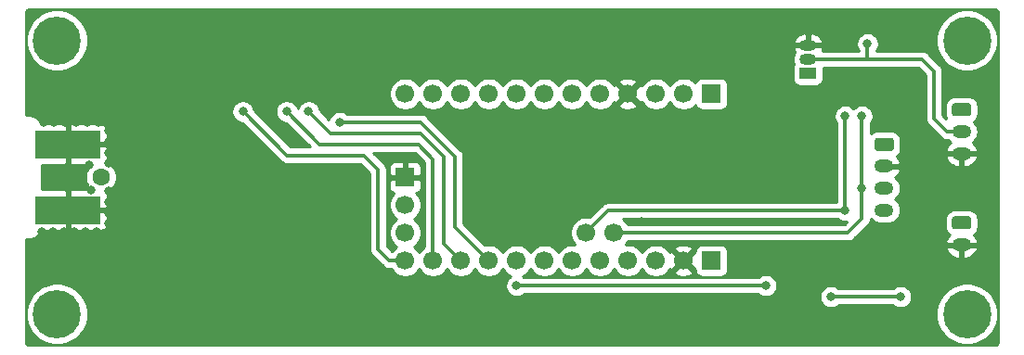
<source format=gbr>
%TF.GenerationSoftware,KiCad,Pcbnew,(5.1.9)-1*%
%TF.CreationDate,2021-05-22T23:59:23+02:00*%
%TF.ProjectId,LoRaProMini,4c6f5261-5072-46f4-9d69-6e692e6b6963,rev?*%
%TF.SameCoordinates,Original*%
%TF.FileFunction,Copper,L2,Bot*%
%TF.FilePolarity,Positive*%
%FSLAX46Y46*%
G04 Gerber Fmt 4.6, Leading zero omitted, Abs format (unit mm)*
G04 Created by KiCad (PCBNEW (5.1.9)-1) date 2021-05-22 23:59:23*
%MOMM*%
%LPD*%
G01*
G04 APERTURE LIST*
%TA.AperFunction,ComponentPad*%
%ADD10C,0.700000*%
%TD*%
%TA.AperFunction,ComponentPad*%
%ADD11C,4.400000*%
%TD*%
%TA.AperFunction,ComponentPad*%
%ADD12C,1.700000*%
%TD*%
%TA.AperFunction,ComponentPad*%
%ADD13R,1.700000X1.700000*%
%TD*%
%TA.AperFunction,ComponentPad*%
%ADD14R,1.500000X1.050000*%
%TD*%
%TA.AperFunction,ComponentPad*%
%ADD15O,1.500000X1.050000*%
%TD*%
%TA.AperFunction,ComponentPad*%
%ADD16C,1.600000*%
%TD*%
%TA.AperFunction,SMDPad,CuDef*%
%ADD17R,6.000000X2.500000*%
%TD*%
%TA.AperFunction,ComponentPad*%
%ADD18O,1.750000X1.200000*%
%TD*%
%TA.AperFunction,ViaPad*%
%ADD19C,0.800000*%
%TD*%
%TA.AperFunction,Conductor*%
%ADD20C,0.250000*%
%TD*%
%TA.AperFunction,Conductor*%
%ADD21C,0.300000*%
%TD*%
%TA.AperFunction,Conductor*%
%ADD22C,0.254000*%
%TD*%
%TA.AperFunction,Conductor*%
%ADD23C,0.100000*%
%TD*%
G04 APERTURE END LIST*
D10*
%TO.P,REF\u002A\u002A,1*%
%TO.N,N/C*%
X186606726Y-102025274D03*
X185440000Y-101542000D03*
X184273274Y-102025274D03*
X183790000Y-103192000D03*
X184273274Y-104358726D03*
X185440000Y-104842000D03*
X186606726Y-104358726D03*
X187090000Y-103192000D03*
D11*
X185440000Y-103192000D03*
%TD*%
D10*
%TO.P,REF\u002A\u002A,1*%
%TO.N,N/C*%
X103606726Y-102023274D03*
X102440000Y-101540000D03*
X101273274Y-102023274D03*
X100790000Y-103190000D03*
X101273274Y-104356726D03*
X102440000Y-104840000D03*
X103606726Y-104356726D03*
X104090000Y-103190000D03*
D11*
X102440000Y-103190000D03*
%TD*%
D10*
%TO.P,REF\u002A\u002A,1*%
%TO.N,N/C*%
X103606726Y-77023274D03*
X102440000Y-76540000D03*
X101273274Y-77023274D03*
X100790000Y-78190000D03*
X101273274Y-79356726D03*
X102440000Y-79840000D03*
X103606726Y-79356726D03*
X104090000Y-78190000D03*
D11*
X102440000Y-78190000D03*
%TD*%
D10*
%TO.P,REF\u002A\u002A,1*%
%TO.N,N/C*%
X186606726Y-77025274D03*
X185440000Y-76542000D03*
X184273274Y-77025274D03*
X183790000Y-78192000D03*
X184273274Y-79358726D03*
X185440000Y-79842000D03*
X186606726Y-79358726D03*
X187090000Y-78192000D03*
D11*
X185440000Y-78192000D03*
%TD*%
D12*
%TO.P,Arduino Pro Mini,24*%
%TO.N,SPI_CS_LORA*%
X134200000Y-98310000D03*
%TO.P,Arduino Pro Mini,29*%
%TO.N,Net-(X1-Pad29)*%
X134200000Y-95770000D03*
%TO.P,Arduino Pro Mini,28*%
%TO.N,Net-(X1-Pad28)*%
X134200000Y-93230000D03*
D13*
%TO.P,Arduino Pro Mini,27*%
%TO.N,GND*%
X134200000Y-90690000D03*
D12*
%TO.P,Arduino Pro Mini,23*%
%TO.N,SPI_MOSI*%
X136740000Y-98310000D03*
%TO.P,Arduino Pro Mini,21*%
%TO.N,SPI_SCK*%
X141820000Y-98310000D03*
%TO.P,Arduino Pro Mini,22*%
%TO.N,SPI_MISO*%
X139280000Y-98310000D03*
%TO.P,Arduino Pro Mini,18*%
%TO.N,Net-(X1-Pad18)*%
X149440000Y-98310000D03*
%TO.P,Arduino Pro Mini,17*%
%TO.N,Net-(X1-Pad17)*%
X151980000Y-98310000D03*
%TO.P,Arduino Pro Mini,19*%
%TO.N,Net-(X1-Pad19)*%
X146900000Y-98310000D03*
%TO.P,Arduino Pro Mini,20*%
%TO.N,MCU_A0*%
X144360000Y-98310000D03*
%TO.P,Arduino Pro Mini,16*%
%TO.N,+3V3*%
X154520000Y-98310000D03*
%TO.P,Arduino Pro Mini,15*%
%TO.N,Net-(X1-Pad15)*%
X157060000Y-98310000D03*
D13*
%TO.P,Arduino Pro Mini,13*%
%TO.N,Net-(X1-Pad13)*%
X162140000Y-98310000D03*
D12*
%TO.P,Arduino Pro Mini,14*%
%TO.N,GND*%
X159600000Y-98310000D03*
%TO.P,Arduino Pro Mini,2*%
%TO.N,Net-(X1-Pad2)*%
X159600000Y-83070000D03*
D13*
%TO.P,Arduino Pro Mini,1*%
%TO.N,Net-(X1-Pad1)*%
X162140000Y-83070000D03*
D12*
%TO.P,Arduino Pro Mini,3*%
%TO.N,Net-(X1-Pad3)*%
X157060000Y-83070000D03*
%TO.P,Arduino Pro Mini,4*%
%TO.N,GND*%
X154520000Y-83070000D03*
%TO.P,Arduino Pro Mini,8*%
%TO.N,Net-(X1-Pad8)*%
X144360000Y-83070000D03*
%TO.P,Arduino Pro Mini,7*%
%TO.N,Net-(X1-Pad7)*%
X146900000Y-83070000D03*
%TO.P,Arduino Pro Mini,5*%
%TO.N,LORA_DIO2*%
X151980000Y-83070000D03*
%TO.P,Arduino Pro Mini,6*%
%TO.N,Net-(X1-Pad6)*%
X149440000Y-83070000D03*
%TO.P,Arduino Pro Mini,10*%
%TO.N,LORA_DIO1*%
X139280000Y-83070000D03*
%TO.P,Arduino Pro Mini,9*%
%TO.N,1-WIRE*%
X141820000Y-83070000D03*
%TO.P,Arduino Pro Mini,11*%
%TO.N,LORA_DIO0*%
X136740000Y-83070000D03*
%TO.P,Arduino Pro Mini,12*%
%TO.N,LORA_RST*%
X134200000Y-83070000D03*
%TO.P,Arduino Pro Mini,25*%
%TO.N,MCU_SCL*%
X153250000Y-95770000D03*
%TO.P,Arduino Pro Mini,26*%
%TO.N,MCU_SDA*%
X150710000Y-95770000D03*
%TD*%
D14*
%TO.P,DS18B20,1*%
%TO.N,+3V3*%
X170940000Y-81192000D03*
D15*
%TO.P,DS18B20,3*%
%TO.N,GND*%
X170940000Y-78652000D03*
%TO.P,DS18B20,2*%
%TO.N,1-WIRE*%
X170940000Y-79922000D03*
%TD*%
D16*
%TO.P,ANT,1*%
%TO.N,Net-(AE1-Pad1)*%
X106449000Y-90690000D03*
D17*
%TO.P,ANT,2*%
%TO.N,GND*%
X103440000Y-93692000D03*
X103440000Y-87692000D03*
%TD*%
D18*
%TO.P,I2C BUS,4*%
%TO.N,MCU_SDA*%
X177888000Y-93692000D03*
%TO.P,I2C BUS,3*%
%TO.N,MCU_SCL*%
X177888000Y-91692000D03*
%TO.P,I2C BUS,2*%
%TO.N,GND*%
X177888000Y-89692000D03*
%TO.P,I2C BUS,1*%
%TO.N,+3V3*%
%TA.AperFunction,ComponentPad*%
G36*
G01*
X177262999Y-87092000D02*
X178513001Y-87092000D01*
G75*
G02*
X178763000Y-87341999I0J-249999D01*
G01*
X178763000Y-88042001D01*
G75*
G02*
X178513001Y-88292000I-249999J0D01*
G01*
X177262999Y-88292000D01*
G75*
G02*
X177013000Y-88042001I0J249999D01*
G01*
X177013000Y-87341999D01*
G75*
G02*
X177262999Y-87092000I249999J0D01*
G01*
G37*
%TD.AperFunction*%
%TD*%
%TO.P,1-WIRE BUS,3*%
%TO.N,GND*%
X184940000Y-88525333D03*
%TO.P,1-WIRE BUS,2*%
%TO.N,1-WIRE*%
X184940000Y-86525333D03*
%TO.P,1-WIRE BUS,1*%
%TO.N,+3V3*%
%TA.AperFunction,ComponentPad*%
G36*
G01*
X184314999Y-83925333D02*
X185565001Y-83925333D01*
G75*
G02*
X185815000Y-84175332I0J-249999D01*
G01*
X185815000Y-84875334D01*
G75*
G02*
X185565001Y-85125333I-249999J0D01*
G01*
X184314999Y-85125333D01*
G75*
G02*
X184065000Y-84875334I0J249999D01*
G01*
X184065000Y-84175332D01*
G75*
G02*
X184314999Y-83925333I249999J0D01*
G01*
G37*
%TD.AperFunction*%
%TD*%
%TO.P,PWR,2*%
%TO.N,GND*%
X184940000Y-96858666D03*
%TO.P,PWR,1*%
%TO.N,+BATT*%
%TA.AperFunction,ComponentPad*%
G36*
G01*
X184314999Y-94258666D02*
X185565001Y-94258666D01*
G75*
G02*
X185815000Y-94508665I0J-249999D01*
G01*
X185815000Y-95208667D01*
G75*
G02*
X185565001Y-95458666I-249999J0D01*
G01*
X184314999Y-95458666D01*
G75*
G02*
X184065000Y-95208667I0J249999D01*
G01*
X184065000Y-94508665D01*
G75*
G02*
X184314999Y-94258666I249999J0D01*
G01*
G37*
%TD.AperFunction*%
%TD*%
D19*
%TO.N,GND*%
X155790000Y-94765000D03*
X105523000Y-91853000D03*
X105396000Y-89567000D03*
X109223000Y-89525000D03*
X110239000Y-89715500D03*
X108270500Y-91938000D03*
X112080500Y-94986000D03*
X112127000Y-97060000D03*
X112127000Y-98203000D03*
X114366500Y-93716000D03*
X114684000Y-94668500D03*
X111191500Y-90033000D03*
X114714000Y-96764000D03*
X114710831Y-95684500D03*
X113985500Y-92763500D03*
X113477500Y-91938000D03*
X112715500Y-91176000D03*
X111953500Y-90541000D03*
X109286500Y-92065000D03*
X110239000Y-92542557D03*
X111064500Y-93208000D03*
X111699500Y-94033500D03*
X112114000Y-96002000D03*
X107190000Y-88440000D03*
X107190000Y-87440000D03*
X107190000Y-86440000D03*
X106190000Y-85690000D03*
X105190000Y-85690000D03*
X104190000Y-85690000D03*
X103190000Y-85690000D03*
X102190000Y-85690000D03*
X101190000Y-85690000D03*
X107190000Y-89440000D03*
X107190000Y-91940000D03*
X107190000Y-92940000D03*
X107190000Y-93940000D03*
X107190000Y-94940000D03*
X106063000Y-95690000D03*
X105063000Y-95690000D03*
X104063000Y-95690000D03*
X103063000Y-95690000D03*
X102063000Y-95690000D03*
X101063000Y-95690000D03*
X108190000Y-89440000D03*
X128899000Y-82690000D03*
X142940000Y-86525333D03*
%TO.N,+BATT*%
X173036000Y-101614000D03*
X179386000Y-101614000D03*
%TO.N,MCU_A0*%
X144360000Y-100596000D03*
X167093000Y-100596000D03*
%TO.N,1-WIRE*%
X176364000Y-78498000D03*
%TO.N,MCU_SDA*%
X174332000Y-93738000D03*
X174332000Y-85102000D03*
%TO.N,MCU_SCL*%
X175856000Y-91706000D03*
X175856000Y-85102000D03*
%TO.N,SPI_CS_LORA*%
X119399000Y-84690000D03*
%TO.N,SPI_SCK*%
X128240000Y-85690000D03*
%TO.N,SPI_MOSI*%
X123399000Y-84690000D03*
%TO.N,SPI_MISO*%
X125399000Y-84690000D03*
%TD*%
D20*
%TO.N,GND*%
X103440000Y-94690000D02*
X103440000Y-93690000D01*
D21*
%TO.N,+BATT*%
X179386000Y-101614000D02*
X173036000Y-101614000D01*
%TO.N,MCU_A0*%
X167093000Y-100596000D02*
X144360000Y-100596000D01*
%TO.N,1-WIRE*%
X170940000Y-79922000D02*
X174940000Y-79922000D01*
X184391333Y-86525333D02*
X184940000Y-86525333D01*
X184940000Y-86525333D02*
X183640000Y-86525333D01*
X183640000Y-86525333D02*
X182440000Y-85325333D01*
X182440000Y-85325333D02*
X182440000Y-81025333D01*
X182440000Y-81025333D02*
X181336667Y-79922000D01*
X176364000Y-79849333D02*
X176436667Y-79922000D01*
X176436667Y-79922000D02*
X174940000Y-79922000D01*
X176364000Y-78498000D02*
X176364000Y-79849333D01*
X181336667Y-79922000D02*
X176436667Y-79922000D01*
%TO.N,MCU_SDA*%
X174332000Y-85102000D02*
X174332000Y-93738000D01*
X152742000Y-93738000D02*
X150710000Y-95770000D01*
X174332000Y-93738000D02*
X152742000Y-93738000D01*
%TO.N,MCU_SCL*%
X175856000Y-85102000D02*
X175856000Y-91706000D01*
X153250000Y-95770000D02*
X174586000Y-95770000D01*
X175856000Y-94500000D02*
X175856000Y-91706000D01*
X174586000Y-95770000D02*
X175856000Y-94500000D01*
%TO.N,SPI_CS_LORA*%
X123399000Y-88690000D02*
X119399000Y-84690000D01*
X130399000Y-88690000D02*
X123399000Y-88690000D01*
X134200000Y-98310000D02*
X132760000Y-98310000D01*
X132760000Y-98310000D02*
X131740000Y-97290000D01*
X131740000Y-90031000D02*
X130399000Y-88690000D01*
X131740000Y-97290000D02*
X131740000Y-90031000D01*
%TO.N,SPI_SCK*%
X138740000Y-88790000D02*
X138740000Y-95230000D01*
X138740000Y-95230000D02*
X141820000Y-98310000D01*
X135640000Y-85690000D02*
X138740000Y-88790000D01*
X135640000Y-85690000D02*
X128240000Y-85690000D01*
%TO.N,SPI_MOSI*%
X123399000Y-84690000D02*
X126399000Y-87690000D01*
X126399000Y-87690000D02*
X135399000Y-87690000D01*
X136740000Y-89031000D02*
X135399000Y-87690000D01*
X136740000Y-98310000D02*
X136740000Y-89031000D01*
%TO.N,SPI_MISO*%
X135640000Y-86690000D02*
X137740000Y-88790000D01*
X137740000Y-96770000D02*
X139280000Y-98310000D01*
X137740000Y-88790000D02*
X137740000Y-96770000D01*
X127399000Y-86690000D02*
X135640000Y-86690000D01*
X125399000Y-84690000D02*
X127399000Y-86690000D01*
%TD*%
D22*
%TO.N,GND*%
X187907706Y-75351999D02*
X188005424Y-75361580D01*
X188068356Y-75380580D01*
X188126405Y-75411445D01*
X188177343Y-75452989D01*
X188219248Y-75503644D01*
X188250515Y-75561471D01*
X188269956Y-75624272D01*
X188280000Y-75719835D01*
X188280001Y-105659711D01*
X188270420Y-105757424D01*
X188251420Y-105820357D01*
X188220554Y-105878406D01*
X188179011Y-105929343D01*
X188128356Y-105971248D01*
X188070529Y-106002515D01*
X188007728Y-106021956D01*
X187912168Y-106032000D01*
X99972294Y-106030001D01*
X99874576Y-106020420D01*
X99811643Y-106001420D01*
X99753594Y-105970554D01*
X99702657Y-105929011D01*
X99660752Y-105878356D01*
X99629485Y-105820529D01*
X99610044Y-105757728D01*
X99600000Y-105662165D01*
X99600000Y-102910777D01*
X99605000Y-102910777D01*
X99605000Y-103469223D01*
X99713948Y-104016939D01*
X99927656Y-104532876D01*
X100237912Y-104997207D01*
X100632793Y-105392088D01*
X101097124Y-105702344D01*
X101613061Y-105916052D01*
X102160777Y-106025000D01*
X102719223Y-106025000D01*
X103266939Y-105916052D01*
X103782876Y-105702344D01*
X104247207Y-105392088D01*
X104642088Y-104997207D01*
X104952344Y-104532876D01*
X105166052Y-104016939D01*
X105275000Y-103469223D01*
X105275000Y-102912777D01*
X182605000Y-102912777D01*
X182605000Y-103471223D01*
X182713948Y-104018939D01*
X182927656Y-104534876D01*
X183237912Y-104999207D01*
X183632793Y-105394088D01*
X184097124Y-105704344D01*
X184613061Y-105918052D01*
X185160777Y-106027000D01*
X185719223Y-106027000D01*
X186266939Y-105918052D01*
X186782876Y-105704344D01*
X187247207Y-105394088D01*
X187642088Y-104999207D01*
X187952344Y-104534876D01*
X188166052Y-104018939D01*
X188275000Y-103471223D01*
X188275000Y-102912777D01*
X188166052Y-102365061D01*
X187952344Y-101849124D01*
X187642088Y-101384793D01*
X187247207Y-100989912D01*
X186782876Y-100679656D01*
X186266939Y-100465948D01*
X185719223Y-100357000D01*
X185160777Y-100357000D01*
X184613061Y-100465948D01*
X184097124Y-100679656D01*
X183632793Y-100989912D01*
X183237912Y-101384793D01*
X182927656Y-101849124D01*
X182713948Y-102365061D01*
X182605000Y-102912777D01*
X105275000Y-102912777D01*
X105275000Y-102910777D01*
X105166052Y-102363061D01*
X104952344Y-101847124D01*
X104642088Y-101382793D01*
X104247207Y-100987912D01*
X103782876Y-100677656D01*
X103266939Y-100463948D01*
X102719223Y-100355000D01*
X102160777Y-100355000D01*
X101613061Y-100463948D01*
X101097124Y-100677656D01*
X100632793Y-100987912D01*
X100237912Y-101382793D01*
X99927656Y-101847124D01*
X99713948Y-102363061D01*
X99605000Y-102910777D01*
X99600000Y-102910777D01*
X99600000Y-96350000D01*
X99972419Y-96350000D01*
X100000329Y-96347251D01*
X100003308Y-96347272D01*
X100012479Y-96346373D01*
X100060648Y-96341310D01*
X100069383Y-96340450D01*
X100069674Y-96340362D01*
X100109527Y-96336173D01*
X100168152Y-96324139D01*
X100226884Y-96312936D01*
X100235706Y-96310272D01*
X100328925Y-96281416D01*
X100384075Y-96258233D01*
X100439537Y-96235825D01*
X100447666Y-96231502D01*
X100447670Y-96231500D01*
X100447673Y-96231498D01*
X100533511Y-96185086D01*
X100583098Y-96151638D01*
X100633156Y-96118881D01*
X100640297Y-96113057D01*
X100715486Y-96050855D01*
X100757639Y-96008406D01*
X100800371Y-95966561D01*
X100806245Y-95959460D01*
X100867921Y-95883840D01*
X100901052Y-95833975D01*
X100934825Y-95784650D01*
X100939208Y-95776544D01*
X100985020Y-95690383D01*
X101007809Y-95635091D01*
X101031378Y-95580102D01*
X101031595Y-95579402D01*
X103154250Y-95577000D01*
X103313000Y-95418250D01*
X103313000Y-93819000D01*
X103567000Y-93819000D01*
X103567000Y-95418250D01*
X103725750Y-95577000D01*
X106440000Y-95580072D01*
X106564482Y-95567812D01*
X106684180Y-95531502D01*
X106794494Y-95472537D01*
X106891185Y-95393185D01*
X106970537Y-95296494D01*
X107029502Y-95186180D01*
X107065812Y-95066482D01*
X107078072Y-94942000D01*
X107075000Y-93977750D01*
X106916250Y-93819000D01*
X103567000Y-93819000D01*
X103313000Y-93819000D01*
X103293000Y-93819000D01*
X103293000Y-93565000D01*
X103313000Y-93565000D01*
X103313000Y-91965750D01*
X103154250Y-91807000D01*
X101100000Y-91804675D01*
X101100000Y-89579325D01*
X103154250Y-89577000D01*
X103313000Y-89418250D01*
X103313000Y-87819000D01*
X103567000Y-87819000D01*
X103567000Y-89418250D01*
X103725750Y-89577000D01*
X105530561Y-89579043D01*
X105334363Y-89775241D01*
X105177320Y-90010273D01*
X105069147Y-90271426D01*
X105014000Y-90548665D01*
X105014000Y-90831335D01*
X105069147Y-91108574D01*
X105177320Y-91369727D01*
X105334363Y-91604759D01*
X105534241Y-91804637D01*
X105534713Y-91804953D01*
X103725750Y-91807000D01*
X103567000Y-91965750D01*
X103567000Y-93565000D01*
X106916250Y-93565000D01*
X107075000Y-93406250D01*
X107078072Y-92442000D01*
X107065812Y-92317518D01*
X107029502Y-92197820D01*
X106970537Y-92087506D01*
X106933604Y-92042503D01*
X107128727Y-91961680D01*
X107363759Y-91804637D01*
X107563637Y-91604759D01*
X107720680Y-91369727D01*
X107828853Y-91108574D01*
X107884000Y-90831335D01*
X107884000Y-90548665D01*
X107828853Y-90271426D01*
X107720680Y-90010273D01*
X107563637Y-89775241D01*
X107363759Y-89575363D01*
X107128727Y-89418320D01*
X106936054Y-89338512D01*
X106970537Y-89296494D01*
X107029502Y-89186180D01*
X107065812Y-89066482D01*
X107078072Y-88942000D01*
X107075000Y-87977750D01*
X106916250Y-87819000D01*
X103567000Y-87819000D01*
X103313000Y-87819000D01*
X103293000Y-87819000D01*
X103293000Y-87565000D01*
X103313000Y-87565000D01*
X103313000Y-85965750D01*
X103567000Y-85965750D01*
X103567000Y-87565000D01*
X106916250Y-87565000D01*
X107075000Y-87406250D01*
X107078072Y-86442000D01*
X107065812Y-86317518D01*
X107029502Y-86197820D01*
X106970537Y-86087506D01*
X106891185Y-85990815D01*
X106794494Y-85911463D01*
X106684180Y-85852498D01*
X106564482Y-85816188D01*
X106440000Y-85803928D01*
X103725750Y-85807000D01*
X103567000Y-85965750D01*
X103313000Y-85965750D01*
X103154250Y-85807000D01*
X101032507Y-85804599D01*
X101031416Y-85801075D01*
X101008238Y-85745937D01*
X100985825Y-85690463D01*
X100981498Y-85682327D01*
X100935085Y-85596489D01*
X100901645Y-85546913D01*
X100868881Y-85496844D01*
X100863057Y-85489703D01*
X100800855Y-85414514D01*
X100758406Y-85372361D01*
X100716561Y-85329629D01*
X100709460Y-85323755D01*
X100633839Y-85262079D01*
X100584034Y-85228988D01*
X100534650Y-85195174D01*
X100526544Y-85190792D01*
X100440383Y-85144980D01*
X100385091Y-85122191D01*
X100330102Y-85098622D01*
X100321299Y-85095897D01*
X100227881Y-85067692D01*
X100169174Y-85056067D01*
X100110684Y-85043635D01*
X100101530Y-85042673D01*
X100101524Y-85042672D01*
X100101519Y-85042672D01*
X100004402Y-85033150D01*
X99972419Y-85030000D01*
X99600000Y-85030000D01*
X99600000Y-84588061D01*
X118364000Y-84588061D01*
X118364000Y-84791939D01*
X118403774Y-84991898D01*
X118481795Y-85180256D01*
X118595063Y-85349774D01*
X118739226Y-85493937D01*
X118908744Y-85607205D01*
X119097102Y-85685226D01*
X119297061Y-85725000D01*
X119323843Y-85725000D01*
X122816658Y-89217816D01*
X122841236Y-89247764D01*
X122871184Y-89272342D01*
X122871187Y-89272345D01*
X122900559Y-89296450D01*
X122960767Y-89345862D01*
X123097140Y-89418754D01*
X123210672Y-89453194D01*
X123245112Y-89463641D01*
X123259490Y-89465057D01*
X123360439Y-89475000D01*
X123360446Y-89475000D01*
X123398999Y-89478797D01*
X123437552Y-89475000D01*
X130073843Y-89475000D01*
X130955001Y-90356159D01*
X130955000Y-97251447D01*
X130951203Y-97290000D01*
X130955000Y-97328553D01*
X130955000Y-97328560D01*
X130966359Y-97443886D01*
X131011246Y-97591859D01*
X131084138Y-97728232D01*
X131182236Y-97847764D01*
X131212190Y-97872347D01*
X132177653Y-98837810D01*
X132202236Y-98867764D01*
X132321767Y-98965862D01*
X132458140Y-99038754D01*
X132606113Y-99083642D01*
X132681026Y-99091020D01*
X132721439Y-99095000D01*
X132721444Y-99095000D01*
X132760000Y-99098797D01*
X132798556Y-99095000D01*
X132938526Y-99095000D01*
X133046525Y-99256632D01*
X133253368Y-99463475D01*
X133496589Y-99625990D01*
X133766842Y-99737932D01*
X134053740Y-99795000D01*
X134346260Y-99795000D01*
X134633158Y-99737932D01*
X134903411Y-99625990D01*
X135146632Y-99463475D01*
X135353475Y-99256632D01*
X135470000Y-99082240D01*
X135586525Y-99256632D01*
X135793368Y-99463475D01*
X136036589Y-99625990D01*
X136306842Y-99737932D01*
X136593740Y-99795000D01*
X136886260Y-99795000D01*
X137173158Y-99737932D01*
X137443411Y-99625990D01*
X137686632Y-99463475D01*
X137893475Y-99256632D01*
X138010000Y-99082240D01*
X138126525Y-99256632D01*
X138333368Y-99463475D01*
X138576589Y-99625990D01*
X138846842Y-99737932D01*
X139133740Y-99795000D01*
X139426260Y-99795000D01*
X139713158Y-99737932D01*
X139983411Y-99625990D01*
X140226632Y-99463475D01*
X140433475Y-99256632D01*
X140550000Y-99082240D01*
X140666525Y-99256632D01*
X140873368Y-99463475D01*
X141116589Y-99625990D01*
X141386842Y-99737932D01*
X141673740Y-99795000D01*
X141966260Y-99795000D01*
X142253158Y-99737932D01*
X142523411Y-99625990D01*
X142766632Y-99463475D01*
X142973475Y-99256632D01*
X143090000Y-99082240D01*
X143206525Y-99256632D01*
X143413368Y-99463475D01*
X143656589Y-99625990D01*
X143836959Y-99700701D01*
X143700226Y-99792063D01*
X143556063Y-99936226D01*
X143442795Y-100105744D01*
X143364774Y-100294102D01*
X143325000Y-100494061D01*
X143325000Y-100697939D01*
X143364774Y-100897898D01*
X143442795Y-101086256D01*
X143556063Y-101255774D01*
X143700226Y-101399937D01*
X143869744Y-101513205D01*
X144058102Y-101591226D01*
X144258061Y-101631000D01*
X144461939Y-101631000D01*
X144661898Y-101591226D01*
X144850256Y-101513205D01*
X145019774Y-101399937D01*
X145038711Y-101381000D01*
X166414289Y-101381000D01*
X166433226Y-101399937D01*
X166602744Y-101513205D01*
X166791102Y-101591226D01*
X166991061Y-101631000D01*
X167194939Y-101631000D01*
X167394898Y-101591226D01*
X167583256Y-101513205D01*
X167584968Y-101512061D01*
X172001000Y-101512061D01*
X172001000Y-101715939D01*
X172040774Y-101915898D01*
X172118795Y-102104256D01*
X172232063Y-102273774D01*
X172376226Y-102417937D01*
X172545744Y-102531205D01*
X172734102Y-102609226D01*
X172934061Y-102649000D01*
X173137939Y-102649000D01*
X173337898Y-102609226D01*
X173526256Y-102531205D01*
X173695774Y-102417937D01*
X173714711Y-102399000D01*
X178707289Y-102399000D01*
X178726226Y-102417937D01*
X178895744Y-102531205D01*
X179084102Y-102609226D01*
X179284061Y-102649000D01*
X179487939Y-102649000D01*
X179687898Y-102609226D01*
X179876256Y-102531205D01*
X180045774Y-102417937D01*
X180189937Y-102273774D01*
X180303205Y-102104256D01*
X180381226Y-101915898D01*
X180421000Y-101715939D01*
X180421000Y-101512061D01*
X180381226Y-101312102D01*
X180303205Y-101123744D01*
X180189937Y-100954226D01*
X180045774Y-100810063D01*
X179876256Y-100696795D01*
X179687898Y-100618774D01*
X179487939Y-100579000D01*
X179284061Y-100579000D01*
X179084102Y-100618774D01*
X178895744Y-100696795D01*
X178726226Y-100810063D01*
X178707289Y-100829000D01*
X173714711Y-100829000D01*
X173695774Y-100810063D01*
X173526256Y-100696795D01*
X173337898Y-100618774D01*
X173137939Y-100579000D01*
X172934061Y-100579000D01*
X172734102Y-100618774D01*
X172545744Y-100696795D01*
X172376226Y-100810063D01*
X172232063Y-100954226D01*
X172118795Y-101123744D01*
X172040774Y-101312102D01*
X172001000Y-101512061D01*
X167584968Y-101512061D01*
X167752774Y-101399937D01*
X167896937Y-101255774D01*
X168010205Y-101086256D01*
X168088226Y-100897898D01*
X168128000Y-100697939D01*
X168128000Y-100494061D01*
X168088226Y-100294102D01*
X168010205Y-100105744D01*
X167896937Y-99936226D01*
X167752774Y-99792063D01*
X167583256Y-99678795D01*
X167394898Y-99600774D01*
X167194939Y-99561000D01*
X166991061Y-99561000D01*
X166791102Y-99600774D01*
X166602744Y-99678795D01*
X166433226Y-99792063D01*
X166414289Y-99811000D01*
X145038711Y-99811000D01*
X145019774Y-99792063D01*
X144883041Y-99700701D01*
X145063411Y-99625990D01*
X145306632Y-99463475D01*
X145513475Y-99256632D01*
X145630000Y-99082240D01*
X145746525Y-99256632D01*
X145953368Y-99463475D01*
X146196589Y-99625990D01*
X146466842Y-99737932D01*
X146753740Y-99795000D01*
X147046260Y-99795000D01*
X147333158Y-99737932D01*
X147603411Y-99625990D01*
X147846632Y-99463475D01*
X148053475Y-99256632D01*
X148170000Y-99082240D01*
X148286525Y-99256632D01*
X148493368Y-99463475D01*
X148736589Y-99625990D01*
X149006842Y-99737932D01*
X149293740Y-99795000D01*
X149586260Y-99795000D01*
X149873158Y-99737932D01*
X150143411Y-99625990D01*
X150386632Y-99463475D01*
X150593475Y-99256632D01*
X150710000Y-99082240D01*
X150826525Y-99256632D01*
X151033368Y-99463475D01*
X151276589Y-99625990D01*
X151546842Y-99737932D01*
X151833740Y-99795000D01*
X152126260Y-99795000D01*
X152413158Y-99737932D01*
X152683411Y-99625990D01*
X152926632Y-99463475D01*
X153133475Y-99256632D01*
X153250000Y-99082240D01*
X153366525Y-99256632D01*
X153573368Y-99463475D01*
X153816589Y-99625990D01*
X154086842Y-99737932D01*
X154373740Y-99795000D01*
X154666260Y-99795000D01*
X154953158Y-99737932D01*
X155223411Y-99625990D01*
X155466632Y-99463475D01*
X155673475Y-99256632D01*
X155790000Y-99082240D01*
X155906525Y-99256632D01*
X156113368Y-99463475D01*
X156356589Y-99625990D01*
X156626842Y-99737932D01*
X156913740Y-99795000D01*
X157206260Y-99795000D01*
X157493158Y-99737932D01*
X157763411Y-99625990D01*
X158006632Y-99463475D01*
X158131710Y-99338397D01*
X158751208Y-99338397D01*
X158828843Y-99587472D01*
X159092883Y-99713371D01*
X159376411Y-99785339D01*
X159668531Y-99800611D01*
X159958019Y-99758599D01*
X160233747Y-99660919D01*
X160371157Y-99587472D01*
X160448792Y-99338397D01*
X159600000Y-98489605D01*
X158751208Y-99338397D01*
X158131710Y-99338397D01*
X158213475Y-99256632D01*
X158329311Y-99083271D01*
X158571603Y-99158792D01*
X159420395Y-98310000D01*
X159779605Y-98310000D01*
X160628397Y-99158792D01*
X160651928Y-99151458D01*
X160651928Y-99160000D01*
X160664188Y-99284482D01*
X160700498Y-99404180D01*
X160759463Y-99514494D01*
X160838815Y-99611185D01*
X160935506Y-99690537D01*
X161045820Y-99749502D01*
X161165518Y-99785812D01*
X161290000Y-99798072D01*
X162990000Y-99798072D01*
X163114482Y-99785812D01*
X163234180Y-99749502D01*
X163344494Y-99690537D01*
X163441185Y-99611185D01*
X163520537Y-99514494D01*
X163579502Y-99404180D01*
X163615812Y-99284482D01*
X163628072Y-99160000D01*
X163628072Y-97460000D01*
X163615812Y-97335518D01*
X163579502Y-97215820D01*
X163558365Y-97176275D01*
X183471538Y-97176275D01*
X183475409Y-97213948D01*
X183567579Y-97439199D01*
X183701922Y-97642140D01*
X183873275Y-97814973D01*
X184075054Y-97951056D01*
X184299504Y-98045159D01*
X184538000Y-98093666D01*
X184813000Y-98093666D01*
X184813000Y-96985666D01*
X185067000Y-96985666D01*
X185067000Y-98093666D01*
X185342000Y-98093666D01*
X185580496Y-98045159D01*
X185804946Y-97951056D01*
X186006725Y-97814973D01*
X186178078Y-97642140D01*
X186312421Y-97439199D01*
X186404591Y-97213948D01*
X186408462Y-97176275D01*
X186283731Y-96985666D01*
X185067000Y-96985666D01*
X184813000Y-96985666D01*
X183596269Y-96985666D01*
X183471538Y-97176275D01*
X163558365Y-97176275D01*
X163520537Y-97105506D01*
X163441185Y-97008815D01*
X163344494Y-96929463D01*
X163234180Y-96870498D01*
X163114482Y-96834188D01*
X162990000Y-96821928D01*
X161290000Y-96821928D01*
X161165518Y-96834188D01*
X161045820Y-96870498D01*
X160935506Y-96929463D01*
X160838815Y-97008815D01*
X160759463Y-97105506D01*
X160700498Y-97215820D01*
X160664188Y-97335518D01*
X160651928Y-97460000D01*
X160651928Y-97468542D01*
X160628397Y-97461208D01*
X159779605Y-98310000D01*
X159420395Y-98310000D01*
X158571603Y-97461208D01*
X158329311Y-97536729D01*
X158213475Y-97363368D01*
X158131710Y-97281603D01*
X158751208Y-97281603D01*
X159600000Y-98130395D01*
X160448792Y-97281603D01*
X160371157Y-97032528D01*
X160107117Y-96906629D01*
X159823589Y-96834661D01*
X159531469Y-96819389D01*
X159241981Y-96861401D01*
X158966253Y-96959081D01*
X158828843Y-97032528D01*
X158751208Y-97281603D01*
X158131710Y-97281603D01*
X158006632Y-97156525D01*
X157763411Y-96994010D01*
X157493158Y-96882068D01*
X157206260Y-96825000D01*
X156913740Y-96825000D01*
X156626842Y-96882068D01*
X156356589Y-96994010D01*
X156113368Y-97156525D01*
X155906525Y-97363368D01*
X155790000Y-97537760D01*
X155673475Y-97363368D01*
X155466632Y-97156525D01*
X155223411Y-96994010D01*
X154953158Y-96882068D01*
X154666260Y-96825000D01*
X154373740Y-96825000D01*
X154275582Y-96844525D01*
X154403475Y-96716632D01*
X154511474Y-96555000D01*
X174547447Y-96555000D01*
X174586000Y-96558797D01*
X174624553Y-96555000D01*
X174624561Y-96555000D01*
X174739887Y-96543641D01*
X174887860Y-96498754D01*
X175024233Y-96425862D01*
X175143764Y-96327764D01*
X175168347Y-96297810D01*
X176383817Y-95082341D01*
X176413764Y-95057764D01*
X176441513Y-95023953D01*
X176462450Y-94998441D01*
X176511862Y-94938233D01*
X176584754Y-94801860D01*
X176629641Y-94653887D01*
X176641000Y-94538561D01*
X176641000Y-94538554D01*
X176644797Y-94500001D01*
X176641000Y-94461448D01*
X176641000Y-94454356D01*
X176735498Y-94569502D01*
X176923551Y-94723833D01*
X177138099Y-94838511D01*
X177370898Y-94909130D01*
X177552335Y-94927000D01*
X178223665Y-94927000D01*
X178405102Y-94909130D01*
X178637901Y-94838511D01*
X178852449Y-94723833D01*
X179040502Y-94569502D01*
X179090429Y-94508665D01*
X183426928Y-94508665D01*
X183426928Y-95208667D01*
X183443992Y-95381921D01*
X183494528Y-95548517D01*
X183576595Y-95702053D01*
X183687038Y-95836628D01*
X183821613Y-95947071D01*
X183826406Y-95949633D01*
X183701922Y-96075192D01*
X183567579Y-96278133D01*
X183475409Y-96503384D01*
X183471538Y-96541057D01*
X183596269Y-96731666D01*
X184813000Y-96731666D01*
X184813000Y-96711666D01*
X185067000Y-96711666D01*
X185067000Y-96731666D01*
X186283731Y-96731666D01*
X186408462Y-96541057D01*
X186404591Y-96503384D01*
X186312421Y-96278133D01*
X186178078Y-96075192D01*
X186053594Y-95949633D01*
X186058387Y-95947071D01*
X186192962Y-95836628D01*
X186303405Y-95702053D01*
X186385472Y-95548517D01*
X186436008Y-95381921D01*
X186453072Y-95208667D01*
X186453072Y-94508665D01*
X186436008Y-94335411D01*
X186385472Y-94168815D01*
X186303405Y-94015279D01*
X186192962Y-93880704D01*
X186058387Y-93770261D01*
X185904851Y-93688194D01*
X185738255Y-93637658D01*
X185565001Y-93620594D01*
X184314999Y-93620594D01*
X184141745Y-93637658D01*
X183975149Y-93688194D01*
X183821613Y-93770261D01*
X183687038Y-93880704D01*
X183576595Y-94015279D01*
X183494528Y-94168815D01*
X183443992Y-94335411D01*
X183426928Y-94508665D01*
X179090429Y-94508665D01*
X179194833Y-94381449D01*
X179309511Y-94166901D01*
X179380130Y-93934102D01*
X179403975Y-93692000D01*
X179380130Y-93449898D01*
X179309511Y-93217099D01*
X179194833Y-93002551D01*
X179040502Y-92814498D01*
X178891238Y-92692000D01*
X179040502Y-92569502D01*
X179194833Y-92381449D01*
X179309511Y-92166901D01*
X179380130Y-91934102D01*
X179403975Y-91692000D01*
X179380130Y-91449898D01*
X179309511Y-91217099D01*
X179194833Y-91002551D01*
X179040502Y-90814498D01*
X178890652Y-90691519D01*
X178954725Y-90648307D01*
X179126078Y-90475474D01*
X179260421Y-90272533D01*
X179352591Y-90047282D01*
X179356462Y-90009609D01*
X179231731Y-89819000D01*
X178015000Y-89819000D01*
X178015000Y-89839000D01*
X177761000Y-89839000D01*
X177761000Y-89819000D01*
X177741000Y-89819000D01*
X177741000Y-89565000D01*
X177761000Y-89565000D01*
X177761000Y-89545000D01*
X178015000Y-89545000D01*
X178015000Y-89565000D01*
X179231731Y-89565000D01*
X179356462Y-89374391D01*
X179352591Y-89336718D01*
X179260421Y-89111467D01*
X179126078Y-88908526D01*
X179061056Y-88842942D01*
X183471538Y-88842942D01*
X183475409Y-88880615D01*
X183567579Y-89105866D01*
X183701922Y-89308807D01*
X183873275Y-89481640D01*
X184075054Y-89617723D01*
X184299504Y-89711826D01*
X184538000Y-89760333D01*
X184813000Y-89760333D01*
X184813000Y-88652333D01*
X185067000Y-88652333D01*
X185067000Y-89760333D01*
X185342000Y-89760333D01*
X185580496Y-89711826D01*
X185804946Y-89617723D01*
X186006725Y-89481640D01*
X186178078Y-89308807D01*
X186312421Y-89105866D01*
X186404591Y-88880615D01*
X186408462Y-88842942D01*
X186283731Y-88652333D01*
X185067000Y-88652333D01*
X184813000Y-88652333D01*
X183596269Y-88652333D01*
X183471538Y-88842942D01*
X179061056Y-88842942D01*
X179001594Y-88782967D01*
X179006387Y-88780405D01*
X179140962Y-88669962D01*
X179251405Y-88535387D01*
X179333472Y-88381851D01*
X179384008Y-88215255D01*
X179401072Y-88042001D01*
X179401072Y-87341999D01*
X179384008Y-87168745D01*
X179333472Y-87002149D01*
X179251405Y-86848613D01*
X179140962Y-86714038D01*
X179006387Y-86603595D01*
X178852851Y-86521528D01*
X178686255Y-86470992D01*
X178513001Y-86453928D01*
X177262999Y-86453928D01*
X177089745Y-86470992D01*
X176923149Y-86521528D01*
X176769613Y-86603595D01*
X176641000Y-86709145D01*
X176641000Y-85780711D01*
X176659937Y-85761774D01*
X176773205Y-85592256D01*
X176851226Y-85403898D01*
X176891000Y-85203939D01*
X176891000Y-85000061D01*
X176851226Y-84800102D01*
X176773205Y-84611744D01*
X176659937Y-84442226D01*
X176515774Y-84298063D01*
X176346256Y-84184795D01*
X176157898Y-84106774D01*
X175957939Y-84067000D01*
X175754061Y-84067000D01*
X175554102Y-84106774D01*
X175365744Y-84184795D01*
X175196226Y-84298063D01*
X175094000Y-84400289D01*
X174991774Y-84298063D01*
X174822256Y-84184795D01*
X174633898Y-84106774D01*
X174433939Y-84067000D01*
X174230061Y-84067000D01*
X174030102Y-84106774D01*
X173841744Y-84184795D01*
X173672226Y-84298063D01*
X173528063Y-84442226D01*
X173414795Y-84611744D01*
X173336774Y-84800102D01*
X173297000Y-85000061D01*
X173297000Y-85203939D01*
X173336774Y-85403898D01*
X173414795Y-85592256D01*
X173528063Y-85761774D01*
X173547000Y-85780711D01*
X173547001Y-92953000D01*
X152780555Y-92953000D01*
X152742000Y-92949203D01*
X152703444Y-92953000D01*
X152703439Y-92953000D01*
X152663026Y-92956980D01*
X152588113Y-92964358D01*
X152440140Y-93009246D01*
X152303767Y-93082138D01*
X152243559Y-93131550D01*
X152214187Y-93155655D01*
X152214184Y-93155658D01*
X152184236Y-93180236D01*
X152159658Y-93210184D01*
X151046918Y-94322925D01*
X150856260Y-94285000D01*
X150563740Y-94285000D01*
X150276842Y-94342068D01*
X150006589Y-94454010D01*
X149763368Y-94616525D01*
X149556525Y-94823368D01*
X149394010Y-95066589D01*
X149282068Y-95336842D01*
X149225000Y-95623740D01*
X149225000Y-95916260D01*
X149282068Y-96203158D01*
X149394010Y-96473411D01*
X149556525Y-96716632D01*
X149684418Y-96844525D01*
X149586260Y-96825000D01*
X149293740Y-96825000D01*
X149006842Y-96882068D01*
X148736589Y-96994010D01*
X148493368Y-97156525D01*
X148286525Y-97363368D01*
X148170000Y-97537760D01*
X148053475Y-97363368D01*
X147846632Y-97156525D01*
X147603411Y-96994010D01*
X147333158Y-96882068D01*
X147046260Y-96825000D01*
X146753740Y-96825000D01*
X146466842Y-96882068D01*
X146196589Y-96994010D01*
X145953368Y-97156525D01*
X145746525Y-97363368D01*
X145630000Y-97537760D01*
X145513475Y-97363368D01*
X145306632Y-97156525D01*
X145063411Y-96994010D01*
X144793158Y-96882068D01*
X144506260Y-96825000D01*
X144213740Y-96825000D01*
X143926842Y-96882068D01*
X143656589Y-96994010D01*
X143413368Y-97156525D01*
X143206525Y-97363368D01*
X143090000Y-97537760D01*
X142973475Y-97363368D01*
X142766632Y-97156525D01*
X142523411Y-96994010D01*
X142253158Y-96882068D01*
X141966260Y-96825000D01*
X141673740Y-96825000D01*
X141483082Y-96862925D01*
X139525000Y-94904843D01*
X139525000Y-88828552D01*
X139528797Y-88789999D01*
X139525000Y-88751446D01*
X139525000Y-88751439D01*
X139513641Y-88636113D01*
X139468754Y-88488140D01*
X139395862Y-88351767D01*
X139297764Y-88232236D01*
X139267817Y-88207659D01*
X136222347Y-85162190D01*
X136197764Y-85132236D01*
X136078233Y-85034138D01*
X135941860Y-84961246D01*
X135793887Y-84916359D01*
X135678561Y-84905000D01*
X135678553Y-84905000D01*
X135640000Y-84901203D01*
X135601447Y-84905000D01*
X128918711Y-84905000D01*
X128899774Y-84886063D01*
X128730256Y-84772795D01*
X128541898Y-84694774D01*
X128341939Y-84655000D01*
X128138061Y-84655000D01*
X127938102Y-84694774D01*
X127749744Y-84772795D01*
X127580226Y-84886063D01*
X127436063Y-85030226D01*
X127322795Y-85199744D01*
X127244774Y-85388102D01*
X127238550Y-85419392D01*
X126434000Y-84614843D01*
X126434000Y-84588061D01*
X126394226Y-84388102D01*
X126316205Y-84199744D01*
X126202937Y-84030226D01*
X126058774Y-83886063D01*
X125889256Y-83772795D01*
X125700898Y-83694774D01*
X125500939Y-83655000D01*
X125297061Y-83655000D01*
X125097102Y-83694774D01*
X124908744Y-83772795D01*
X124739226Y-83886063D01*
X124595063Y-84030226D01*
X124481795Y-84199744D01*
X124403774Y-84388102D01*
X124399000Y-84412103D01*
X124394226Y-84388102D01*
X124316205Y-84199744D01*
X124202937Y-84030226D01*
X124058774Y-83886063D01*
X123889256Y-83772795D01*
X123700898Y-83694774D01*
X123500939Y-83655000D01*
X123297061Y-83655000D01*
X123097102Y-83694774D01*
X122908744Y-83772795D01*
X122739226Y-83886063D01*
X122595063Y-84030226D01*
X122481795Y-84199744D01*
X122403774Y-84388102D01*
X122364000Y-84588061D01*
X122364000Y-84791939D01*
X122403774Y-84991898D01*
X122481795Y-85180256D01*
X122595063Y-85349774D01*
X122739226Y-85493937D01*
X122908744Y-85607205D01*
X123097102Y-85685226D01*
X123297061Y-85725000D01*
X123323843Y-85725000D01*
X125503843Y-87905000D01*
X123724158Y-87905000D01*
X120434000Y-84614843D01*
X120434000Y-84588061D01*
X120394226Y-84388102D01*
X120316205Y-84199744D01*
X120202937Y-84030226D01*
X120058774Y-83886063D01*
X119889256Y-83772795D01*
X119700898Y-83694774D01*
X119500939Y-83655000D01*
X119297061Y-83655000D01*
X119097102Y-83694774D01*
X118908744Y-83772795D01*
X118739226Y-83886063D01*
X118595063Y-84030226D01*
X118481795Y-84199744D01*
X118403774Y-84388102D01*
X118364000Y-84588061D01*
X99600000Y-84588061D01*
X99600000Y-82923740D01*
X132715000Y-82923740D01*
X132715000Y-83216260D01*
X132772068Y-83503158D01*
X132884010Y-83773411D01*
X133046525Y-84016632D01*
X133253368Y-84223475D01*
X133496589Y-84385990D01*
X133766842Y-84497932D01*
X134053740Y-84555000D01*
X134346260Y-84555000D01*
X134633158Y-84497932D01*
X134903411Y-84385990D01*
X135146632Y-84223475D01*
X135353475Y-84016632D01*
X135470000Y-83842240D01*
X135586525Y-84016632D01*
X135793368Y-84223475D01*
X136036589Y-84385990D01*
X136306842Y-84497932D01*
X136593740Y-84555000D01*
X136886260Y-84555000D01*
X137173158Y-84497932D01*
X137443411Y-84385990D01*
X137686632Y-84223475D01*
X137893475Y-84016632D01*
X138010000Y-83842240D01*
X138126525Y-84016632D01*
X138333368Y-84223475D01*
X138576589Y-84385990D01*
X138846842Y-84497932D01*
X139133740Y-84555000D01*
X139426260Y-84555000D01*
X139713158Y-84497932D01*
X139983411Y-84385990D01*
X140226632Y-84223475D01*
X140433475Y-84016632D01*
X140550000Y-83842240D01*
X140666525Y-84016632D01*
X140873368Y-84223475D01*
X141116589Y-84385990D01*
X141386842Y-84497932D01*
X141673740Y-84555000D01*
X141966260Y-84555000D01*
X142253158Y-84497932D01*
X142523411Y-84385990D01*
X142766632Y-84223475D01*
X142973475Y-84016632D01*
X143090000Y-83842240D01*
X143206525Y-84016632D01*
X143413368Y-84223475D01*
X143656589Y-84385990D01*
X143926842Y-84497932D01*
X144213740Y-84555000D01*
X144506260Y-84555000D01*
X144793158Y-84497932D01*
X145063411Y-84385990D01*
X145306632Y-84223475D01*
X145513475Y-84016632D01*
X145630000Y-83842240D01*
X145746525Y-84016632D01*
X145953368Y-84223475D01*
X146196589Y-84385990D01*
X146466842Y-84497932D01*
X146753740Y-84555000D01*
X147046260Y-84555000D01*
X147333158Y-84497932D01*
X147603411Y-84385990D01*
X147846632Y-84223475D01*
X148053475Y-84016632D01*
X148170000Y-83842240D01*
X148286525Y-84016632D01*
X148493368Y-84223475D01*
X148736589Y-84385990D01*
X149006842Y-84497932D01*
X149293740Y-84555000D01*
X149586260Y-84555000D01*
X149873158Y-84497932D01*
X150143411Y-84385990D01*
X150386632Y-84223475D01*
X150593475Y-84016632D01*
X150710000Y-83842240D01*
X150826525Y-84016632D01*
X151033368Y-84223475D01*
X151276589Y-84385990D01*
X151546842Y-84497932D01*
X151833740Y-84555000D01*
X152126260Y-84555000D01*
X152413158Y-84497932D01*
X152683411Y-84385990D01*
X152926632Y-84223475D01*
X153051710Y-84098397D01*
X153671208Y-84098397D01*
X153748843Y-84347472D01*
X154012883Y-84473371D01*
X154296411Y-84545339D01*
X154588531Y-84560611D01*
X154878019Y-84518599D01*
X155153747Y-84420919D01*
X155291157Y-84347472D01*
X155368792Y-84098397D01*
X154520000Y-83249605D01*
X153671208Y-84098397D01*
X153051710Y-84098397D01*
X153133475Y-84016632D01*
X153249311Y-83843271D01*
X153491603Y-83918792D01*
X154340395Y-83070000D01*
X154699605Y-83070000D01*
X155548397Y-83918792D01*
X155790689Y-83843271D01*
X155906525Y-84016632D01*
X156113368Y-84223475D01*
X156356589Y-84385990D01*
X156626842Y-84497932D01*
X156913740Y-84555000D01*
X157206260Y-84555000D01*
X157493158Y-84497932D01*
X157763411Y-84385990D01*
X158006632Y-84223475D01*
X158213475Y-84016632D01*
X158330000Y-83842240D01*
X158446525Y-84016632D01*
X158653368Y-84223475D01*
X158896589Y-84385990D01*
X159166842Y-84497932D01*
X159453740Y-84555000D01*
X159746260Y-84555000D01*
X160033158Y-84497932D01*
X160303411Y-84385990D01*
X160546632Y-84223475D01*
X160678487Y-84091620D01*
X160700498Y-84164180D01*
X160759463Y-84274494D01*
X160838815Y-84371185D01*
X160935506Y-84450537D01*
X161045820Y-84509502D01*
X161165518Y-84545812D01*
X161290000Y-84558072D01*
X162990000Y-84558072D01*
X163114482Y-84545812D01*
X163234180Y-84509502D01*
X163344494Y-84450537D01*
X163441185Y-84371185D01*
X163520537Y-84274494D01*
X163579502Y-84164180D01*
X163615812Y-84044482D01*
X163628072Y-83920000D01*
X163628072Y-82220000D01*
X163615812Y-82095518D01*
X163579502Y-81975820D01*
X163520537Y-81865506D01*
X163441185Y-81768815D01*
X163344494Y-81689463D01*
X163234180Y-81630498D01*
X163114482Y-81594188D01*
X162990000Y-81581928D01*
X161290000Y-81581928D01*
X161165518Y-81594188D01*
X161045820Y-81630498D01*
X160935506Y-81689463D01*
X160838815Y-81768815D01*
X160759463Y-81865506D01*
X160700498Y-81975820D01*
X160678487Y-82048380D01*
X160546632Y-81916525D01*
X160303411Y-81754010D01*
X160033158Y-81642068D01*
X159746260Y-81585000D01*
X159453740Y-81585000D01*
X159166842Y-81642068D01*
X158896589Y-81754010D01*
X158653368Y-81916525D01*
X158446525Y-82123368D01*
X158330000Y-82297760D01*
X158213475Y-82123368D01*
X158006632Y-81916525D01*
X157763411Y-81754010D01*
X157493158Y-81642068D01*
X157206260Y-81585000D01*
X156913740Y-81585000D01*
X156626842Y-81642068D01*
X156356589Y-81754010D01*
X156113368Y-81916525D01*
X155906525Y-82123368D01*
X155790689Y-82296729D01*
X155548397Y-82221208D01*
X154699605Y-83070000D01*
X154340395Y-83070000D01*
X153491603Y-82221208D01*
X153249311Y-82296729D01*
X153133475Y-82123368D01*
X153051710Y-82041603D01*
X153671208Y-82041603D01*
X154520000Y-82890395D01*
X155368792Y-82041603D01*
X155291157Y-81792528D01*
X155027117Y-81666629D01*
X154743589Y-81594661D01*
X154451469Y-81579389D01*
X154161981Y-81621401D01*
X153886253Y-81719081D01*
X153748843Y-81792528D01*
X153671208Y-82041603D01*
X153051710Y-82041603D01*
X152926632Y-81916525D01*
X152683411Y-81754010D01*
X152413158Y-81642068D01*
X152126260Y-81585000D01*
X151833740Y-81585000D01*
X151546842Y-81642068D01*
X151276589Y-81754010D01*
X151033368Y-81916525D01*
X150826525Y-82123368D01*
X150710000Y-82297760D01*
X150593475Y-82123368D01*
X150386632Y-81916525D01*
X150143411Y-81754010D01*
X149873158Y-81642068D01*
X149586260Y-81585000D01*
X149293740Y-81585000D01*
X149006842Y-81642068D01*
X148736589Y-81754010D01*
X148493368Y-81916525D01*
X148286525Y-82123368D01*
X148170000Y-82297760D01*
X148053475Y-82123368D01*
X147846632Y-81916525D01*
X147603411Y-81754010D01*
X147333158Y-81642068D01*
X147046260Y-81585000D01*
X146753740Y-81585000D01*
X146466842Y-81642068D01*
X146196589Y-81754010D01*
X145953368Y-81916525D01*
X145746525Y-82123368D01*
X145630000Y-82297760D01*
X145513475Y-82123368D01*
X145306632Y-81916525D01*
X145063411Y-81754010D01*
X144793158Y-81642068D01*
X144506260Y-81585000D01*
X144213740Y-81585000D01*
X143926842Y-81642068D01*
X143656589Y-81754010D01*
X143413368Y-81916525D01*
X143206525Y-82123368D01*
X143090000Y-82297760D01*
X142973475Y-82123368D01*
X142766632Y-81916525D01*
X142523411Y-81754010D01*
X142253158Y-81642068D01*
X141966260Y-81585000D01*
X141673740Y-81585000D01*
X141386842Y-81642068D01*
X141116589Y-81754010D01*
X140873368Y-81916525D01*
X140666525Y-82123368D01*
X140550000Y-82297760D01*
X140433475Y-82123368D01*
X140226632Y-81916525D01*
X139983411Y-81754010D01*
X139713158Y-81642068D01*
X139426260Y-81585000D01*
X139133740Y-81585000D01*
X138846842Y-81642068D01*
X138576589Y-81754010D01*
X138333368Y-81916525D01*
X138126525Y-82123368D01*
X138010000Y-82297760D01*
X137893475Y-82123368D01*
X137686632Y-81916525D01*
X137443411Y-81754010D01*
X137173158Y-81642068D01*
X136886260Y-81585000D01*
X136593740Y-81585000D01*
X136306842Y-81642068D01*
X136036589Y-81754010D01*
X135793368Y-81916525D01*
X135586525Y-82123368D01*
X135470000Y-82297760D01*
X135353475Y-82123368D01*
X135146632Y-81916525D01*
X134903411Y-81754010D01*
X134633158Y-81642068D01*
X134346260Y-81585000D01*
X134053740Y-81585000D01*
X133766842Y-81642068D01*
X133496589Y-81754010D01*
X133253368Y-81916525D01*
X133046525Y-82123368D01*
X132884010Y-82366589D01*
X132772068Y-82636842D01*
X132715000Y-82923740D01*
X99600000Y-82923740D01*
X99600000Y-77910777D01*
X99605000Y-77910777D01*
X99605000Y-78469223D01*
X99713948Y-79016939D01*
X99927656Y-79532876D01*
X100237912Y-79997207D01*
X100632793Y-80392088D01*
X101097124Y-80702344D01*
X101613061Y-80916052D01*
X102160777Y-81025000D01*
X102719223Y-81025000D01*
X103266939Y-80916052D01*
X103782876Y-80702344D01*
X104247207Y-80392088D01*
X104642088Y-79997207D01*
X104692339Y-79922000D01*
X169549388Y-79922000D01*
X169571785Y-80149400D01*
X169635093Y-80358098D01*
X169600498Y-80422820D01*
X169564188Y-80542518D01*
X169551928Y-80667000D01*
X169551928Y-81717000D01*
X169564188Y-81841482D01*
X169600498Y-81961180D01*
X169659463Y-82071494D01*
X169738815Y-82168185D01*
X169835506Y-82247537D01*
X169945820Y-82306502D01*
X170065518Y-82342812D01*
X170190000Y-82355072D01*
X171690000Y-82355072D01*
X171814482Y-82342812D01*
X171934180Y-82306502D01*
X172044494Y-82247537D01*
X172141185Y-82168185D01*
X172220537Y-82071494D01*
X172279502Y-81961180D01*
X172315812Y-81841482D01*
X172328072Y-81717000D01*
X172328072Y-80707000D01*
X176398112Y-80707000D01*
X176436667Y-80710797D01*
X176475223Y-80707000D01*
X181011510Y-80707000D01*
X181655001Y-81350492D01*
X181655000Y-85286780D01*
X181651203Y-85325333D01*
X181655000Y-85363886D01*
X181655000Y-85363893D01*
X181666359Y-85479219D01*
X181711246Y-85627192D01*
X181784138Y-85763565D01*
X181882236Y-85883097D01*
X181912190Y-85907680D01*
X183057658Y-87053148D01*
X183082236Y-87083097D01*
X183112184Y-87107675D01*
X183112187Y-87107678D01*
X183141559Y-87131783D01*
X183201767Y-87181195D01*
X183338140Y-87254087D01*
X183451672Y-87288527D01*
X183486112Y-87298974D01*
X183500490Y-87300390D01*
X183601439Y-87310333D01*
X183601446Y-87310333D01*
X183639999Y-87314130D01*
X183678552Y-87310333D01*
X183711584Y-87310333D01*
X183787498Y-87402835D01*
X183937348Y-87525814D01*
X183873275Y-87569026D01*
X183701922Y-87741859D01*
X183567579Y-87944800D01*
X183475409Y-88170051D01*
X183471538Y-88207724D01*
X183596269Y-88398333D01*
X184813000Y-88398333D01*
X184813000Y-88378333D01*
X185067000Y-88378333D01*
X185067000Y-88398333D01*
X186283731Y-88398333D01*
X186408462Y-88207724D01*
X186404591Y-88170051D01*
X186312421Y-87944800D01*
X186178078Y-87741859D01*
X186006725Y-87569026D01*
X185942652Y-87525814D01*
X186092502Y-87402835D01*
X186246833Y-87214782D01*
X186361511Y-87000234D01*
X186432130Y-86767435D01*
X186455975Y-86525333D01*
X186432130Y-86283231D01*
X186361511Y-86050432D01*
X186246833Y-85835884D01*
X186092502Y-85647831D01*
X186053889Y-85616142D01*
X186058387Y-85613738D01*
X186192962Y-85503295D01*
X186303405Y-85368720D01*
X186385472Y-85215184D01*
X186436008Y-85048588D01*
X186453072Y-84875334D01*
X186453072Y-84175332D01*
X186436008Y-84002078D01*
X186385472Y-83835482D01*
X186303405Y-83681946D01*
X186192962Y-83547371D01*
X186058387Y-83436928D01*
X185904851Y-83354861D01*
X185738255Y-83304325D01*
X185565001Y-83287261D01*
X184314999Y-83287261D01*
X184141745Y-83304325D01*
X183975149Y-83354861D01*
X183821613Y-83436928D01*
X183687038Y-83547371D01*
X183576595Y-83681946D01*
X183494528Y-83835482D01*
X183443992Y-84002078D01*
X183426928Y-84175332D01*
X183426928Y-84875334D01*
X183443992Y-85048588D01*
X183494528Y-85215184D01*
X183557132Y-85332308D01*
X183225000Y-85000176D01*
X183225000Y-81063885D01*
X183228797Y-81025332D01*
X183225000Y-80986779D01*
X183225000Y-80986772D01*
X183213641Y-80871446D01*
X183168754Y-80723473D01*
X183095862Y-80587100D01*
X183036761Y-80515086D01*
X183022345Y-80497520D01*
X183022342Y-80497517D01*
X182997764Y-80467569D01*
X182967815Y-80442991D01*
X181919013Y-79394189D01*
X181894431Y-79364236D01*
X181774900Y-79266138D01*
X181638527Y-79193246D01*
X181490554Y-79148359D01*
X181375228Y-79137000D01*
X181375220Y-79137000D01*
X181336667Y-79133203D01*
X181298114Y-79137000D01*
X177181818Y-79137000D01*
X177281205Y-78988256D01*
X177359226Y-78799898D01*
X177399000Y-78599939D01*
X177399000Y-78396061D01*
X177359226Y-78196102D01*
X177281205Y-78007744D01*
X177217751Y-77912777D01*
X182605000Y-77912777D01*
X182605000Y-78471223D01*
X182713948Y-79018939D01*
X182927656Y-79534876D01*
X183237912Y-79999207D01*
X183632793Y-80394088D01*
X184097124Y-80704344D01*
X184613061Y-80918052D01*
X185160777Y-81027000D01*
X185719223Y-81027000D01*
X186266939Y-80918052D01*
X186782876Y-80704344D01*
X187247207Y-80394088D01*
X187642088Y-79999207D01*
X187952344Y-79534876D01*
X188166052Y-79018939D01*
X188275000Y-78471223D01*
X188275000Y-77912777D01*
X188166052Y-77365061D01*
X187952344Y-76849124D01*
X187642088Y-76384793D01*
X187247207Y-75989912D01*
X186782876Y-75679656D01*
X186266939Y-75465948D01*
X185719223Y-75357000D01*
X185160777Y-75357000D01*
X184613061Y-75465948D01*
X184097124Y-75679656D01*
X183632793Y-75989912D01*
X183237912Y-76384793D01*
X182927656Y-76849124D01*
X182713948Y-77365061D01*
X182605000Y-77912777D01*
X177217751Y-77912777D01*
X177167937Y-77838226D01*
X177023774Y-77694063D01*
X176854256Y-77580795D01*
X176665898Y-77502774D01*
X176465939Y-77463000D01*
X176262061Y-77463000D01*
X176062102Y-77502774D01*
X175873744Y-77580795D01*
X175704226Y-77694063D01*
X175560063Y-77838226D01*
X175446795Y-78007744D01*
X175368774Y-78196102D01*
X175329000Y-78396061D01*
X175329000Y-78599939D01*
X175368774Y-78799898D01*
X175446795Y-78988256D01*
X175546182Y-79137000D01*
X172223053Y-79137000D01*
X172275272Y-79019337D01*
X172283964Y-78957810D01*
X172158163Y-78779000D01*
X171393109Y-78779000D01*
X171392400Y-78778785D01*
X171221979Y-78762000D01*
X170658021Y-78762000D01*
X170487600Y-78778785D01*
X170486891Y-78779000D01*
X169721837Y-78779000D01*
X169596036Y-78957810D01*
X169604728Y-79019337D01*
X169697725Y-79228882D01*
X169738929Y-79287331D01*
X169638115Y-79475940D01*
X169571785Y-79694600D01*
X169549388Y-79922000D01*
X104692339Y-79922000D01*
X104952344Y-79532876D01*
X105166052Y-79016939D01*
X105275000Y-78469223D01*
X105275000Y-78346190D01*
X169596036Y-78346190D01*
X169721837Y-78525000D01*
X170813000Y-78525000D01*
X170813000Y-77645402D01*
X171067000Y-77645402D01*
X171067000Y-78525000D01*
X172158163Y-78525000D01*
X172283964Y-78346190D01*
X172275272Y-78284663D01*
X172182275Y-78075118D01*
X172050184Y-77887742D01*
X171884076Y-77729736D01*
X171690334Y-77607172D01*
X171476404Y-77524761D01*
X171250507Y-77485669D01*
X171067000Y-77645402D01*
X170813000Y-77645402D01*
X170629493Y-77485669D01*
X170403596Y-77524761D01*
X170189666Y-77607172D01*
X169995924Y-77729736D01*
X169829816Y-77887742D01*
X169697725Y-78075118D01*
X169604728Y-78284663D01*
X169596036Y-78346190D01*
X105275000Y-78346190D01*
X105275000Y-77910777D01*
X105166052Y-77363061D01*
X104952344Y-76847124D01*
X104642088Y-76382793D01*
X104247207Y-75987912D01*
X103782876Y-75677656D01*
X103266939Y-75463948D01*
X102719223Y-75355000D01*
X102160777Y-75355000D01*
X101613061Y-75463948D01*
X101097124Y-75677656D01*
X100632793Y-75987912D01*
X100237912Y-76382793D01*
X99927656Y-76847124D01*
X99713948Y-77363061D01*
X99605000Y-77910777D01*
X99600000Y-77910777D01*
X99600000Y-75722279D01*
X99609580Y-75624576D01*
X99628580Y-75561644D01*
X99659445Y-75503595D01*
X99700989Y-75452657D01*
X99751644Y-75410752D01*
X99809471Y-75379485D01*
X99872272Y-75360044D01*
X99967832Y-75350000D01*
X187907706Y-75351999D01*
%TA.AperFunction,Conductor*%
D23*
G36*
X187907706Y-75351999D02*
G01*
X188005424Y-75361580D01*
X188068356Y-75380580D01*
X188126405Y-75411445D01*
X188177343Y-75452989D01*
X188219248Y-75503644D01*
X188250515Y-75561471D01*
X188269956Y-75624272D01*
X188280000Y-75719835D01*
X188280001Y-105659711D01*
X188270420Y-105757424D01*
X188251420Y-105820357D01*
X188220554Y-105878406D01*
X188179011Y-105929343D01*
X188128356Y-105971248D01*
X188070529Y-106002515D01*
X188007728Y-106021956D01*
X187912168Y-106032000D01*
X99972294Y-106030001D01*
X99874576Y-106020420D01*
X99811643Y-106001420D01*
X99753594Y-105970554D01*
X99702657Y-105929011D01*
X99660752Y-105878356D01*
X99629485Y-105820529D01*
X99610044Y-105757728D01*
X99600000Y-105662165D01*
X99600000Y-102910777D01*
X99605000Y-102910777D01*
X99605000Y-103469223D01*
X99713948Y-104016939D01*
X99927656Y-104532876D01*
X100237912Y-104997207D01*
X100632793Y-105392088D01*
X101097124Y-105702344D01*
X101613061Y-105916052D01*
X102160777Y-106025000D01*
X102719223Y-106025000D01*
X103266939Y-105916052D01*
X103782876Y-105702344D01*
X104247207Y-105392088D01*
X104642088Y-104997207D01*
X104952344Y-104532876D01*
X105166052Y-104016939D01*
X105275000Y-103469223D01*
X105275000Y-102912777D01*
X182605000Y-102912777D01*
X182605000Y-103471223D01*
X182713948Y-104018939D01*
X182927656Y-104534876D01*
X183237912Y-104999207D01*
X183632793Y-105394088D01*
X184097124Y-105704344D01*
X184613061Y-105918052D01*
X185160777Y-106027000D01*
X185719223Y-106027000D01*
X186266939Y-105918052D01*
X186782876Y-105704344D01*
X187247207Y-105394088D01*
X187642088Y-104999207D01*
X187952344Y-104534876D01*
X188166052Y-104018939D01*
X188275000Y-103471223D01*
X188275000Y-102912777D01*
X188166052Y-102365061D01*
X187952344Y-101849124D01*
X187642088Y-101384793D01*
X187247207Y-100989912D01*
X186782876Y-100679656D01*
X186266939Y-100465948D01*
X185719223Y-100357000D01*
X185160777Y-100357000D01*
X184613061Y-100465948D01*
X184097124Y-100679656D01*
X183632793Y-100989912D01*
X183237912Y-101384793D01*
X182927656Y-101849124D01*
X182713948Y-102365061D01*
X182605000Y-102912777D01*
X105275000Y-102912777D01*
X105275000Y-102910777D01*
X105166052Y-102363061D01*
X104952344Y-101847124D01*
X104642088Y-101382793D01*
X104247207Y-100987912D01*
X103782876Y-100677656D01*
X103266939Y-100463948D01*
X102719223Y-100355000D01*
X102160777Y-100355000D01*
X101613061Y-100463948D01*
X101097124Y-100677656D01*
X100632793Y-100987912D01*
X100237912Y-101382793D01*
X99927656Y-101847124D01*
X99713948Y-102363061D01*
X99605000Y-102910777D01*
X99600000Y-102910777D01*
X99600000Y-96350000D01*
X99972419Y-96350000D01*
X100000329Y-96347251D01*
X100003308Y-96347272D01*
X100012479Y-96346373D01*
X100060648Y-96341310D01*
X100069383Y-96340450D01*
X100069674Y-96340362D01*
X100109527Y-96336173D01*
X100168152Y-96324139D01*
X100226884Y-96312936D01*
X100235706Y-96310272D01*
X100328925Y-96281416D01*
X100384075Y-96258233D01*
X100439537Y-96235825D01*
X100447666Y-96231502D01*
X100447670Y-96231500D01*
X100447673Y-96231498D01*
X100533511Y-96185086D01*
X100583098Y-96151638D01*
X100633156Y-96118881D01*
X100640297Y-96113057D01*
X100715486Y-96050855D01*
X100757639Y-96008406D01*
X100800371Y-95966561D01*
X100806245Y-95959460D01*
X100867921Y-95883840D01*
X100901052Y-95833975D01*
X100934825Y-95784650D01*
X100939208Y-95776544D01*
X100985020Y-95690383D01*
X101007809Y-95635091D01*
X101031378Y-95580102D01*
X101031595Y-95579402D01*
X103154250Y-95577000D01*
X103313000Y-95418250D01*
X103313000Y-93819000D01*
X103567000Y-93819000D01*
X103567000Y-95418250D01*
X103725750Y-95577000D01*
X106440000Y-95580072D01*
X106564482Y-95567812D01*
X106684180Y-95531502D01*
X106794494Y-95472537D01*
X106891185Y-95393185D01*
X106970537Y-95296494D01*
X107029502Y-95186180D01*
X107065812Y-95066482D01*
X107078072Y-94942000D01*
X107075000Y-93977750D01*
X106916250Y-93819000D01*
X103567000Y-93819000D01*
X103313000Y-93819000D01*
X103293000Y-93819000D01*
X103293000Y-93565000D01*
X103313000Y-93565000D01*
X103313000Y-91965750D01*
X103154250Y-91807000D01*
X101100000Y-91804675D01*
X101100000Y-89579325D01*
X103154250Y-89577000D01*
X103313000Y-89418250D01*
X103313000Y-87819000D01*
X103567000Y-87819000D01*
X103567000Y-89418250D01*
X103725750Y-89577000D01*
X105530561Y-89579043D01*
X105334363Y-89775241D01*
X105177320Y-90010273D01*
X105069147Y-90271426D01*
X105014000Y-90548665D01*
X105014000Y-90831335D01*
X105069147Y-91108574D01*
X105177320Y-91369727D01*
X105334363Y-91604759D01*
X105534241Y-91804637D01*
X105534713Y-91804953D01*
X103725750Y-91807000D01*
X103567000Y-91965750D01*
X103567000Y-93565000D01*
X106916250Y-93565000D01*
X107075000Y-93406250D01*
X107078072Y-92442000D01*
X107065812Y-92317518D01*
X107029502Y-92197820D01*
X106970537Y-92087506D01*
X106933604Y-92042503D01*
X107128727Y-91961680D01*
X107363759Y-91804637D01*
X107563637Y-91604759D01*
X107720680Y-91369727D01*
X107828853Y-91108574D01*
X107884000Y-90831335D01*
X107884000Y-90548665D01*
X107828853Y-90271426D01*
X107720680Y-90010273D01*
X107563637Y-89775241D01*
X107363759Y-89575363D01*
X107128727Y-89418320D01*
X106936054Y-89338512D01*
X106970537Y-89296494D01*
X107029502Y-89186180D01*
X107065812Y-89066482D01*
X107078072Y-88942000D01*
X107075000Y-87977750D01*
X106916250Y-87819000D01*
X103567000Y-87819000D01*
X103313000Y-87819000D01*
X103293000Y-87819000D01*
X103293000Y-87565000D01*
X103313000Y-87565000D01*
X103313000Y-85965750D01*
X103567000Y-85965750D01*
X103567000Y-87565000D01*
X106916250Y-87565000D01*
X107075000Y-87406250D01*
X107078072Y-86442000D01*
X107065812Y-86317518D01*
X107029502Y-86197820D01*
X106970537Y-86087506D01*
X106891185Y-85990815D01*
X106794494Y-85911463D01*
X106684180Y-85852498D01*
X106564482Y-85816188D01*
X106440000Y-85803928D01*
X103725750Y-85807000D01*
X103567000Y-85965750D01*
X103313000Y-85965750D01*
X103154250Y-85807000D01*
X101032507Y-85804599D01*
X101031416Y-85801075D01*
X101008238Y-85745937D01*
X100985825Y-85690463D01*
X100981498Y-85682327D01*
X100935085Y-85596489D01*
X100901645Y-85546913D01*
X100868881Y-85496844D01*
X100863057Y-85489703D01*
X100800855Y-85414514D01*
X100758406Y-85372361D01*
X100716561Y-85329629D01*
X100709460Y-85323755D01*
X100633839Y-85262079D01*
X100584034Y-85228988D01*
X100534650Y-85195174D01*
X100526544Y-85190792D01*
X100440383Y-85144980D01*
X100385091Y-85122191D01*
X100330102Y-85098622D01*
X100321299Y-85095897D01*
X100227881Y-85067692D01*
X100169174Y-85056067D01*
X100110684Y-85043635D01*
X100101530Y-85042673D01*
X100101524Y-85042672D01*
X100101519Y-85042672D01*
X100004402Y-85033150D01*
X99972419Y-85030000D01*
X99600000Y-85030000D01*
X99600000Y-84588061D01*
X118364000Y-84588061D01*
X118364000Y-84791939D01*
X118403774Y-84991898D01*
X118481795Y-85180256D01*
X118595063Y-85349774D01*
X118739226Y-85493937D01*
X118908744Y-85607205D01*
X119097102Y-85685226D01*
X119297061Y-85725000D01*
X119323843Y-85725000D01*
X122816658Y-89217816D01*
X122841236Y-89247764D01*
X122871184Y-89272342D01*
X122871187Y-89272345D01*
X122900559Y-89296450D01*
X122960767Y-89345862D01*
X123097140Y-89418754D01*
X123210672Y-89453194D01*
X123245112Y-89463641D01*
X123259490Y-89465057D01*
X123360439Y-89475000D01*
X123360446Y-89475000D01*
X123398999Y-89478797D01*
X123437552Y-89475000D01*
X130073843Y-89475000D01*
X130955001Y-90356159D01*
X130955000Y-97251447D01*
X130951203Y-97290000D01*
X130955000Y-97328553D01*
X130955000Y-97328560D01*
X130966359Y-97443886D01*
X131011246Y-97591859D01*
X131084138Y-97728232D01*
X131182236Y-97847764D01*
X131212190Y-97872347D01*
X132177653Y-98837810D01*
X132202236Y-98867764D01*
X132321767Y-98965862D01*
X132458140Y-99038754D01*
X132606113Y-99083642D01*
X132681026Y-99091020D01*
X132721439Y-99095000D01*
X132721444Y-99095000D01*
X132760000Y-99098797D01*
X132798556Y-99095000D01*
X132938526Y-99095000D01*
X133046525Y-99256632D01*
X133253368Y-99463475D01*
X133496589Y-99625990D01*
X133766842Y-99737932D01*
X134053740Y-99795000D01*
X134346260Y-99795000D01*
X134633158Y-99737932D01*
X134903411Y-99625990D01*
X135146632Y-99463475D01*
X135353475Y-99256632D01*
X135470000Y-99082240D01*
X135586525Y-99256632D01*
X135793368Y-99463475D01*
X136036589Y-99625990D01*
X136306842Y-99737932D01*
X136593740Y-99795000D01*
X136886260Y-99795000D01*
X137173158Y-99737932D01*
X137443411Y-99625990D01*
X137686632Y-99463475D01*
X137893475Y-99256632D01*
X138010000Y-99082240D01*
X138126525Y-99256632D01*
X138333368Y-99463475D01*
X138576589Y-99625990D01*
X138846842Y-99737932D01*
X139133740Y-99795000D01*
X139426260Y-99795000D01*
X139713158Y-99737932D01*
X139983411Y-99625990D01*
X140226632Y-99463475D01*
X140433475Y-99256632D01*
X140550000Y-99082240D01*
X140666525Y-99256632D01*
X140873368Y-99463475D01*
X141116589Y-99625990D01*
X141386842Y-99737932D01*
X141673740Y-99795000D01*
X141966260Y-99795000D01*
X142253158Y-99737932D01*
X142523411Y-99625990D01*
X142766632Y-99463475D01*
X142973475Y-99256632D01*
X143090000Y-99082240D01*
X143206525Y-99256632D01*
X143413368Y-99463475D01*
X143656589Y-99625990D01*
X143836959Y-99700701D01*
X143700226Y-99792063D01*
X143556063Y-99936226D01*
X143442795Y-100105744D01*
X143364774Y-100294102D01*
X143325000Y-100494061D01*
X143325000Y-100697939D01*
X143364774Y-100897898D01*
X143442795Y-101086256D01*
X143556063Y-101255774D01*
X143700226Y-101399937D01*
X143869744Y-101513205D01*
X144058102Y-101591226D01*
X144258061Y-101631000D01*
X144461939Y-101631000D01*
X144661898Y-101591226D01*
X144850256Y-101513205D01*
X145019774Y-101399937D01*
X145038711Y-101381000D01*
X166414289Y-101381000D01*
X166433226Y-101399937D01*
X166602744Y-101513205D01*
X166791102Y-101591226D01*
X166991061Y-101631000D01*
X167194939Y-101631000D01*
X167394898Y-101591226D01*
X167583256Y-101513205D01*
X167584968Y-101512061D01*
X172001000Y-101512061D01*
X172001000Y-101715939D01*
X172040774Y-101915898D01*
X172118795Y-102104256D01*
X172232063Y-102273774D01*
X172376226Y-102417937D01*
X172545744Y-102531205D01*
X172734102Y-102609226D01*
X172934061Y-102649000D01*
X173137939Y-102649000D01*
X173337898Y-102609226D01*
X173526256Y-102531205D01*
X173695774Y-102417937D01*
X173714711Y-102399000D01*
X178707289Y-102399000D01*
X178726226Y-102417937D01*
X178895744Y-102531205D01*
X179084102Y-102609226D01*
X179284061Y-102649000D01*
X179487939Y-102649000D01*
X179687898Y-102609226D01*
X179876256Y-102531205D01*
X180045774Y-102417937D01*
X180189937Y-102273774D01*
X180303205Y-102104256D01*
X180381226Y-101915898D01*
X180421000Y-101715939D01*
X180421000Y-101512061D01*
X180381226Y-101312102D01*
X180303205Y-101123744D01*
X180189937Y-100954226D01*
X180045774Y-100810063D01*
X179876256Y-100696795D01*
X179687898Y-100618774D01*
X179487939Y-100579000D01*
X179284061Y-100579000D01*
X179084102Y-100618774D01*
X178895744Y-100696795D01*
X178726226Y-100810063D01*
X178707289Y-100829000D01*
X173714711Y-100829000D01*
X173695774Y-100810063D01*
X173526256Y-100696795D01*
X173337898Y-100618774D01*
X173137939Y-100579000D01*
X172934061Y-100579000D01*
X172734102Y-100618774D01*
X172545744Y-100696795D01*
X172376226Y-100810063D01*
X172232063Y-100954226D01*
X172118795Y-101123744D01*
X172040774Y-101312102D01*
X172001000Y-101512061D01*
X167584968Y-101512061D01*
X167752774Y-101399937D01*
X167896937Y-101255774D01*
X168010205Y-101086256D01*
X168088226Y-100897898D01*
X168128000Y-100697939D01*
X168128000Y-100494061D01*
X168088226Y-100294102D01*
X168010205Y-100105744D01*
X167896937Y-99936226D01*
X167752774Y-99792063D01*
X167583256Y-99678795D01*
X167394898Y-99600774D01*
X167194939Y-99561000D01*
X166991061Y-99561000D01*
X166791102Y-99600774D01*
X166602744Y-99678795D01*
X166433226Y-99792063D01*
X166414289Y-99811000D01*
X145038711Y-99811000D01*
X145019774Y-99792063D01*
X144883041Y-99700701D01*
X145063411Y-99625990D01*
X145306632Y-99463475D01*
X145513475Y-99256632D01*
X145630000Y-99082240D01*
X145746525Y-99256632D01*
X145953368Y-99463475D01*
X146196589Y-99625990D01*
X146466842Y-99737932D01*
X146753740Y-99795000D01*
X147046260Y-99795000D01*
X147333158Y-99737932D01*
X147603411Y-99625990D01*
X147846632Y-99463475D01*
X148053475Y-99256632D01*
X148170000Y-99082240D01*
X148286525Y-99256632D01*
X148493368Y-99463475D01*
X148736589Y-99625990D01*
X149006842Y-99737932D01*
X149293740Y-99795000D01*
X149586260Y-99795000D01*
X149873158Y-99737932D01*
X150143411Y-99625990D01*
X150386632Y-99463475D01*
X150593475Y-99256632D01*
X150710000Y-99082240D01*
X150826525Y-99256632D01*
X151033368Y-99463475D01*
X151276589Y-99625990D01*
X151546842Y-99737932D01*
X151833740Y-99795000D01*
X152126260Y-99795000D01*
X152413158Y-99737932D01*
X152683411Y-99625990D01*
X152926632Y-99463475D01*
X153133475Y-99256632D01*
X153250000Y-99082240D01*
X153366525Y-99256632D01*
X153573368Y-99463475D01*
X153816589Y-99625990D01*
X154086842Y-99737932D01*
X154373740Y-99795000D01*
X154666260Y-99795000D01*
X154953158Y-99737932D01*
X155223411Y-99625990D01*
X155466632Y-99463475D01*
X155673475Y-99256632D01*
X155790000Y-99082240D01*
X155906525Y-99256632D01*
X156113368Y-99463475D01*
X156356589Y-99625990D01*
X156626842Y-99737932D01*
X156913740Y-99795000D01*
X157206260Y-99795000D01*
X157493158Y-99737932D01*
X157763411Y-99625990D01*
X158006632Y-99463475D01*
X158131710Y-99338397D01*
X158751208Y-99338397D01*
X158828843Y-99587472D01*
X159092883Y-99713371D01*
X159376411Y-99785339D01*
X159668531Y-99800611D01*
X159958019Y-99758599D01*
X160233747Y-99660919D01*
X160371157Y-99587472D01*
X160448792Y-99338397D01*
X159600000Y-98489605D01*
X158751208Y-99338397D01*
X158131710Y-99338397D01*
X158213475Y-99256632D01*
X158329311Y-99083271D01*
X158571603Y-99158792D01*
X159420395Y-98310000D01*
X159779605Y-98310000D01*
X160628397Y-99158792D01*
X160651928Y-99151458D01*
X160651928Y-99160000D01*
X160664188Y-99284482D01*
X160700498Y-99404180D01*
X160759463Y-99514494D01*
X160838815Y-99611185D01*
X160935506Y-99690537D01*
X161045820Y-99749502D01*
X161165518Y-99785812D01*
X161290000Y-99798072D01*
X162990000Y-99798072D01*
X163114482Y-99785812D01*
X163234180Y-99749502D01*
X163344494Y-99690537D01*
X163441185Y-99611185D01*
X163520537Y-99514494D01*
X163579502Y-99404180D01*
X163615812Y-99284482D01*
X163628072Y-99160000D01*
X163628072Y-97460000D01*
X163615812Y-97335518D01*
X163579502Y-97215820D01*
X163558365Y-97176275D01*
X183471538Y-97176275D01*
X183475409Y-97213948D01*
X183567579Y-97439199D01*
X183701922Y-97642140D01*
X183873275Y-97814973D01*
X184075054Y-97951056D01*
X184299504Y-98045159D01*
X184538000Y-98093666D01*
X184813000Y-98093666D01*
X184813000Y-96985666D01*
X185067000Y-96985666D01*
X185067000Y-98093666D01*
X185342000Y-98093666D01*
X185580496Y-98045159D01*
X185804946Y-97951056D01*
X186006725Y-97814973D01*
X186178078Y-97642140D01*
X186312421Y-97439199D01*
X186404591Y-97213948D01*
X186408462Y-97176275D01*
X186283731Y-96985666D01*
X185067000Y-96985666D01*
X184813000Y-96985666D01*
X183596269Y-96985666D01*
X183471538Y-97176275D01*
X163558365Y-97176275D01*
X163520537Y-97105506D01*
X163441185Y-97008815D01*
X163344494Y-96929463D01*
X163234180Y-96870498D01*
X163114482Y-96834188D01*
X162990000Y-96821928D01*
X161290000Y-96821928D01*
X161165518Y-96834188D01*
X161045820Y-96870498D01*
X160935506Y-96929463D01*
X160838815Y-97008815D01*
X160759463Y-97105506D01*
X160700498Y-97215820D01*
X160664188Y-97335518D01*
X160651928Y-97460000D01*
X160651928Y-97468542D01*
X160628397Y-97461208D01*
X159779605Y-98310000D01*
X159420395Y-98310000D01*
X158571603Y-97461208D01*
X158329311Y-97536729D01*
X158213475Y-97363368D01*
X158131710Y-97281603D01*
X158751208Y-97281603D01*
X159600000Y-98130395D01*
X160448792Y-97281603D01*
X160371157Y-97032528D01*
X160107117Y-96906629D01*
X159823589Y-96834661D01*
X159531469Y-96819389D01*
X159241981Y-96861401D01*
X158966253Y-96959081D01*
X158828843Y-97032528D01*
X158751208Y-97281603D01*
X158131710Y-97281603D01*
X158006632Y-97156525D01*
X157763411Y-96994010D01*
X157493158Y-96882068D01*
X157206260Y-96825000D01*
X156913740Y-96825000D01*
X156626842Y-96882068D01*
X156356589Y-96994010D01*
X156113368Y-97156525D01*
X155906525Y-97363368D01*
X155790000Y-97537760D01*
X155673475Y-97363368D01*
X155466632Y-97156525D01*
X155223411Y-96994010D01*
X154953158Y-96882068D01*
X154666260Y-96825000D01*
X154373740Y-96825000D01*
X154275582Y-96844525D01*
X154403475Y-96716632D01*
X154511474Y-96555000D01*
X174547447Y-96555000D01*
X174586000Y-96558797D01*
X174624553Y-96555000D01*
X174624561Y-96555000D01*
X174739887Y-96543641D01*
X174887860Y-96498754D01*
X175024233Y-96425862D01*
X175143764Y-96327764D01*
X175168347Y-96297810D01*
X176383817Y-95082341D01*
X176413764Y-95057764D01*
X176441513Y-95023953D01*
X176462450Y-94998441D01*
X176511862Y-94938233D01*
X176584754Y-94801860D01*
X176629641Y-94653887D01*
X176641000Y-94538561D01*
X176641000Y-94538554D01*
X176644797Y-94500001D01*
X176641000Y-94461448D01*
X176641000Y-94454356D01*
X176735498Y-94569502D01*
X176923551Y-94723833D01*
X177138099Y-94838511D01*
X177370898Y-94909130D01*
X177552335Y-94927000D01*
X178223665Y-94927000D01*
X178405102Y-94909130D01*
X178637901Y-94838511D01*
X178852449Y-94723833D01*
X179040502Y-94569502D01*
X179090429Y-94508665D01*
X183426928Y-94508665D01*
X183426928Y-95208667D01*
X183443992Y-95381921D01*
X183494528Y-95548517D01*
X183576595Y-95702053D01*
X183687038Y-95836628D01*
X183821613Y-95947071D01*
X183826406Y-95949633D01*
X183701922Y-96075192D01*
X183567579Y-96278133D01*
X183475409Y-96503384D01*
X183471538Y-96541057D01*
X183596269Y-96731666D01*
X184813000Y-96731666D01*
X184813000Y-96711666D01*
X185067000Y-96711666D01*
X185067000Y-96731666D01*
X186283731Y-96731666D01*
X186408462Y-96541057D01*
X186404591Y-96503384D01*
X186312421Y-96278133D01*
X186178078Y-96075192D01*
X186053594Y-95949633D01*
X186058387Y-95947071D01*
X186192962Y-95836628D01*
X186303405Y-95702053D01*
X186385472Y-95548517D01*
X186436008Y-95381921D01*
X186453072Y-95208667D01*
X186453072Y-94508665D01*
X186436008Y-94335411D01*
X186385472Y-94168815D01*
X186303405Y-94015279D01*
X186192962Y-93880704D01*
X186058387Y-93770261D01*
X185904851Y-93688194D01*
X185738255Y-93637658D01*
X185565001Y-93620594D01*
X184314999Y-93620594D01*
X184141745Y-93637658D01*
X183975149Y-93688194D01*
X183821613Y-93770261D01*
X183687038Y-93880704D01*
X183576595Y-94015279D01*
X183494528Y-94168815D01*
X183443992Y-94335411D01*
X183426928Y-94508665D01*
X179090429Y-94508665D01*
X179194833Y-94381449D01*
X179309511Y-94166901D01*
X179380130Y-93934102D01*
X179403975Y-93692000D01*
X179380130Y-93449898D01*
X179309511Y-93217099D01*
X179194833Y-93002551D01*
X179040502Y-92814498D01*
X178891238Y-92692000D01*
X179040502Y-92569502D01*
X179194833Y-92381449D01*
X179309511Y-92166901D01*
X179380130Y-91934102D01*
X179403975Y-91692000D01*
X179380130Y-91449898D01*
X179309511Y-91217099D01*
X179194833Y-91002551D01*
X179040502Y-90814498D01*
X178890652Y-90691519D01*
X178954725Y-90648307D01*
X179126078Y-90475474D01*
X179260421Y-90272533D01*
X179352591Y-90047282D01*
X179356462Y-90009609D01*
X179231731Y-89819000D01*
X178015000Y-89819000D01*
X178015000Y-89839000D01*
X177761000Y-89839000D01*
X177761000Y-89819000D01*
X177741000Y-89819000D01*
X177741000Y-89565000D01*
X177761000Y-89565000D01*
X177761000Y-89545000D01*
X178015000Y-89545000D01*
X178015000Y-89565000D01*
X179231731Y-89565000D01*
X179356462Y-89374391D01*
X179352591Y-89336718D01*
X179260421Y-89111467D01*
X179126078Y-88908526D01*
X179061056Y-88842942D01*
X183471538Y-88842942D01*
X183475409Y-88880615D01*
X183567579Y-89105866D01*
X183701922Y-89308807D01*
X183873275Y-89481640D01*
X184075054Y-89617723D01*
X184299504Y-89711826D01*
X184538000Y-89760333D01*
X184813000Y-89760333D01*
X184813000Y-88652333D01*
X185067000Y-88652333D01*
X185067000Y-89760333D01*
X185342000Y-89760333D01*
X185580496Y-89711826D01*
X185804946Y-89617723D01*
X186006725Y-89481640D01*
X186178078Y-89308807D01*
X186312421Y-89105866D01*
X186404591Y-88880615D01*
X186408462Y-88842942D01*
X186283731Y-88652333D01*
X185067000Y-88652333D01*
X184813000Y-88652333D01*
X183596269Y-88652333D01*
X183471538Y-88842942D01*
X179061056Y-88842942D01*
X179001594Y-88782967D01*
X179006387Y-88780405D01*
X179140962Y-88669962D01*
X179251405Y-88535387D01*
X179333472Y-88381851D01*
X179384008Y-88215255D01*
X179401072Y-88042001D01*
X179401072Y-87341999D01*
X179384008Y-87168745D01*
X179333472Y-87002149D01*
X179251405Y-86848613D01*
X179140962Y-86714038D01*
X179006387Y-86603595D01*
X178852851Y-86521528D01*
X178686255Y-86470992D01*
X178513001Y-86453928D01*
X177262999Y-86453928D01*
X177089745Y-86470992D01*
X176923149Y-86521528D01*
X176769613Y-86603595D01*
X176641000Y-86709145D01*
X176641000Y-85780711D01*
X176659937Y-85761774D01*
X176773205Y-85592256D01*
X176851226Y-85403898D01*
X176891000Y-85203939D01*
X176891000Y-85000061D01*
X176851226Y-84800102D01*
X176773205Y-84611744D01*
X176659937Y-84442226D01*
X176515774Y-84298063D01*
X176346256Y-84184795D01*
X176157898Y-84106774D01*
X175957939Y-84067000D01*
X175754061Y-84067000D01*
X175554102Y-84106774D01*
X175365744Y-84184795D01*
X175196226Y-84298063D01*
X175094000Y-84400289D01*
X174991774Y-84298063D01*
X174822256Y-84184795D01*
X174633898Y-84106774D01*
X174433939Y-84067000D01*
X174230061Y-84067000D01*
X174030102Y-84106774D01*
X173841744Y-84184795D01*
X173672226Y-84298063D01*
X173528063Y-84442226D01*
X173414795Y-84611744D01*
X173336774Y-84800102D01*
X173297000Y-85000061D01*
X173297000Y-85203939D01*
X173336774Y-85403898D01*
X173414795Y-85592256D01*
X173528063Y-85761774D01*
X173547000Y-85780711D01*
X173547001Y-92953000D01*
X152780555Y-92953000D01*
X152742000Y-92949203D01*
X152703444Y-92953000D01*
X152703439Y-92953000D01*
X152663026Y-92956980D01*
X152588113Y-92964358D01*
X152440140Y-93009246D01*
X152303767Y-93082138D01*
X152243559Y-93131550D01*
X152214187Y-93155655D01*
X152214184Y-93155658D01*
X152184236Y-93180236D01*
X152159658Y-93210184D01*
X151046918Y-94322925D01*
X150856260Y-94285000D01*
X150563740Y-94285000D01*
X150276842Y-94342068D01*
X150006589Y-94454010D01*
X149763368Y-94616525D01*
X149556525Y-94823368D01*
X149394010Y-95066589D01*
X149282068Y-95336842D01*
X149225000Y-95623740D01*
X149225000Y-95916260D01*
X149282068Y-96203158D01*
X149394010Y-96473411D01*
X149556525Y-96716632D01*
X149684418Y-96844525D01*
X149586260Y-96825000D01*
X149293740Y-96825000D01*
X149006842Y-96882068D01*
X148736589Y-96994010D01*
X148493368Y-97156525D01*
X148286525Y-97363368D01*
X148170000Y-97537760D01*
X148053475Y-97363368D01*
X147846632Y-97156525D01*
X147603411Y-96994010D01*
X147333158Y-96882068D01*
X147046260Y-96825000D01*
X146753740Y-96825000D01*
X146466842Y-96882068D01*
X146196589Y-96994010D01*
X145953368Y-97156525D01*
X145746525Y-97363368D01*
X145630000Y-97537760D01*
X145513475Y-97363368D01*
X145306632Y-97156525D01*
X145063411Y-96994010D01*
X144793158Y-96882068D01*
X144506260Y-96825000D01*
X144213740Y-96825000D01*
X143926842Y-96882068D01*
X143656589Y-96994010D01*
X143413368Y-97156525D01*
X143206525Y-97363368D01*
X143090000Y-97537760D01*
X142973475Y-97363368D01*
X142766632Y-97156525D01*
X142523411Y-96994010D01*
X142253158Y-96882068D01*
X141966260Y-96825000D01*
X141673740Y-96825000D01*
X141483082Y-96862925D01*
X139525000Y-94904843D01*
X139525000Y-88828552D01*
X139528797Y-88789999D01*
X139525000Y-88751446D01*
X139525000Y-88751439D01*
X139513641Y-88636113D01*
X139468754Y-88488140D01*
X139395862Y-88351767D01*
X139297764Y-88232236D01*
X139267817Y-88207659D01*
X136222347Y-85162190D01*
X136197764Y-85132236D01*
X136078233Y-85034138D01*
X135941860Y-84961246D01*
X135793887Y-84916359D01*
X135678561Y-84905000D01*
X135678553Y-84905000D01*
X135640000Y-84901203D01*
X135601447Y-84905000D01*
X128918711Y-84905000D01*
X128899774Y-84886063D01*
X128730256Y-84772795D01*
X128541898Y-84694774D01*
X128341939Y-84655000D01*
X128138061Y-84655000D01*
X127938102Y-84694774D01*
X127749744Y-84772795D01*
X127580226Y-84886063D01*
X127436063Y-85030226D01*
X127322795Y-85199744D01*
X127244774Y-85388102D01*
X127238550Y-85419392D01*
X126434000Y-84614843D01*
X126434000Y-84588061D01*
X126394226Y-84388102D01*
X126316205Y-84199744D01*
X126202937Y-84030226D01*
X126058774Y-83886063D01*
X125889256Y-83772795D01*
X125700898Y-83694774D01*
X125500939Y-83655000D01*
X125297061Y-83655000D01*
X125097102Y-83694774D01*
X124908744Y-83772795D01*
X124739226Y-83886063D01*
X124595063Y-84030226D01*
X124481795Y-84199744D01*
X124403774Y-84388102D01*
X124399000Y-84412103D01*
X124394226Y-84388102D01*
X124316205Y-84199744D01*
X124202937Y-84030226D01*
X124058774Y-83886063D01*
X123889256Y-83772795D01*
X123700898Y-83694774D01*
X123500939Y-83655000D01*
X123297061Y-83655000D01*
X123097102Y-83694774D01*
X122908744Y-83772795D01*
X122739226Y-83886063D01*
X122595063Y-84030226D01*
X122481795Y-84199744D01*
X122403774Y-84388102D01*
X122364000Y-84588061D01*
X122364000Y-84791939D01*
X122403774Y-84991898D01*
X122481795Y-85180256D01*
X122595063Y-85349774D01*
X122739226Y-85493937D01*
X122908744Y-85607205D01*
X123097102Y-85685226D01*
X123297061Y-85725000D01*
X123323843Y-85725000D01*
X125503843Y-87905000D01*
X123724158Y-87905000D01*
X120434000Y-84614843D01*
X120434000Y-84588061D01*
X120394226Y-84388102D01*
X120316205Y-84199744D01*
X120202937Y-84030226D01*
X120058774Y-83886063D01*
X119889256Y-83772795D01*
X119700898Y-83694774D01*
X119500939Y-83655000D01*
X119297061Y-83655000D01*
X119097102Y-83694774D01*
X118908744Y-83772795D01*
X118739226Y-83886063D01*
X118595063Y-84030226D01*
X118481795Y-84199744D01*
X118403774Y-84388102D01*
X118364000Y-84588061D01*
X99600000Y-84588061D01*
X99600000Y-82923740D01*
X132715000Y-82923740D01*
X132715000Y-83216260D01*
X132772068Y-83503158D01*
X132884010Y-83773411D01*
X133046525Y-84016632D01*
X133253368Y-84223475D01*
X133496589Y-84385990D01*
X133766842Y-84497932D01*
X134053740Y-84555000D01*
X134346260Y-84555000D01*
X134633158Y-84497932D01*
X134903411Y-84385990D01*
X135146632Y-84223475D01*
X135353475Y-84016632D01*
X135470000Y-83842240D01*
X135586525Y-84016632D01*
X135793368Y-84223475D01*
X136036589Y-84385990D01*
X136306842Y-84497932D01*
X136593740Y-84555000D01*
X136886260Y-84555000D01*
X137173158Y-84497932D01*
X137443411Y-84385990D01*
X137686632Y-84223475D01*
X137893475Y-84016632D01*
X138010000Y-83842240D01*
X138126525Y-84016632D01*
X138333368Y-84223475D01*
X138576589Y-84385990D01*
X138846842Y-84497932D01*
X139133740Y-84555000D01*
X139426260Y-84555000D01*
X139713158Y-84497932D01*
X139983411Y-84385990D01*
X140226632Y-84223475D01*
X140433475Y-84016632D01*
X140550000Y-83842240D01*
X140666525Y-84016632D01*
X140873368Y-84223475D01*
X141116589Y-84385990D01*
X141386842Y-84497932D01*
X141673740Y-84555000D01*
X141966260Y-84555000D01*
X142253158Y-84497932D01*
X142523411Y-84385990D01*
X142766632Y-84223475D01*
X142973475Y-84016632D01*
X143090000Y-83842240D01*
X143206525Y-84016632D01*
X143413368Y-84223475D01*
X143656589Y-84385990D01*
X143926842Y-84497932D01*
X144213740Y-84555000D01*
X144506260Y-84555000D01*
X144793158Y-84497932D01*
X145063411Y-84385990D01*
X145306632Y-84223475D01*
X145513475Y-84016632D01*
X145630000Y-83842240D01*
X145746525Y-84016632D01*
X145953368Y-84223475D01*
X146196589Y-84385990D01*
X146466842Y-84497932D01*
X146753740Y-84555000D01*
X147046260Y-84555000D01*
X147333158Y-84497932D01*
X147603411Y-84385990D01*
X147846632Y-84223475D01*
X148053475Y-84016632D01*
X148170000Y-83842240D01*
X148286525Y-84016632D01*
X148493368Y-84223475D01*
X148736589Y-84385990D01*
X149006842Y-84497932D01*
X149293740Y-84555000D01*
X149586260Y-84555000D01*
X149873158Y-84497932D01*
X150143411Y-84385990D01*
X150386632Y-84223475D01*
X150593475Y-84016632D01*
X150710000Y-83842240D01*
X150826525Y-84016632D01*
X151033368Y-84223475D01*
X151276589Y-84385990D01*
X151546842Y-84497932D01*
X151833740Y-84555000D01*
X152126260Y-84555000D01*
X152413158Y-84497932D01*
X152683411Y-84385990D01*
X152926632Y-84223475D01*
X153051710Y-84098397D01*
X153671208Y-84098397D01*
X153748843Y-84347472D01*
X154012883Y-84473371D01*
X154296411Y-84545339D01*
X154588531Y-84560611D01*
X154878019Y-84518599D01*
X155153747Y-84420919D01*
X155291157Y-84347472D01*
X155368792Y-84098397D01*
X154520000Y-83249605D01*
X153671208Y-84098397D01*
X153051710Y-84098397D01*
X153133475Y-84016632D01*
X153249311Y-83843271D01*
X153491603Y-83918792D01*
X154340395Y-83070000D01*
X154699605Y-83070000D01*
X155548397Y-83918792D01*
X155790689Y-83843271D01*
X155906525Y-84016632D01*
X156113368Y-84223475D01*
X156356589Y-84385990D01*
X156626842Y-84497932D01*
X156913740Y-84555000D01*
X157206260Y-84555000D01*
X157493158Y-84497932D01*
X157763411Y-84385990D01*
X158006632Y-84223475D01*
X158213475Y-84016632D01*
X158330000Y-83842240D01*
X158446525Y-84016632D01*
X158653368Y-84223475D01*
X158896589Y-84385990D01*
X159166842Y-84497932D01*
X159453740Y-84555000D01*
X159746260Y-84555000D01*
X160033158Y-84497932D01*
X160303411Y-84385990D01*
X160546632Y-84223475D01*
X160678487Y-84091620D01*
X160700498Y-84164180D01*
X160759463Y-84274494D01*
X160838815Y-84371185D01*
X160935506Y-84450537D01*
X161045820Y-84509502D01*
X161165518Y-84545812D01*
X161290000Y-84558072D01*
X162990000Y-84558072D01*
X163114482Y-84545812D01*
X163234180Y-84509502D01*
X163344494Y-84450537D01*
X163441185Y-84371185D01*
X163520537Y-84274494D01*
X163579502Y-84164180D01*
X163615812Y-84044482D01*
X163628072Y-83920000D01*
X163628072Y-82220000D01*
X163615812Y-82095518D01*
X163579502Y-81975820D01*
X163520537Y-81865506D01*
X163441185Y-81768815D01*
X163344494Y-81689463D01*
X163234180Y-81630498D01*
X163114482Y-81594188D01*
X162990000Y-81581928D01*
X161290000Y-81581928D01*
X161165518Y-81594188D01*
X161045820Y-81630498D01*
X160935506Y-81689463D01*
X160838815Y-81768815D01*
X160759463Y-81865506D01*
X160700498Y-81975820D01*
X160678487Y-82048380D01*
X160546632Y-81916525D01*
X160303411Y-81754010D01*
X160033158Y-81642068D01*
X159746260Y-81585000D01*
X159453740Y-81585000D01*
X159166842Y-81642068D01*
X158896589Y-81754010D01*
X158653368Y-81916525D01*
X158446525Y-82123368D01*
X158330000Y-82297760D01*
X158213475Y-82123368D01*
X158006632Y-81916525D01*
X157763411Y-81754010D01*
X157493158Y-81642068D01*
X157206260Y-81585000D01*
X156913740Y-81585000D01*
X156626842Y-81642068D01*
X156356589Y-81754010D01*
X156113368Y-81916525D01*
X155906525Y-82123368D01*
X155790689Y-82296729D01*
X155548397Y-82221208D01*
X154699605Y-83070000D01*
X154340395Y-83070000D01*
X153491603Y-82221208D01*
X153249311Y-82296729D01*
X153133475Y-82123368D01*
X153051710Y-82041603D01*
X153671208Y-82041603D01*
X154520000Y-82890395D01*
X155368792Y-82041603D01*
X155291157Y-81792528D01*
X155027117Y-81666629D01*
X154743589Y-81594661D01*
X154451469Y-81579389D01*
X154161981Y-81621401D01*
X153886253Y-81719081D01*
X153748843Y-81792528D01*
X153671208Y-82041603D01*
X153051710Y-82041603D01*
X152926632Y-81916525D01*
X152683411Y-81754010D01*
X152413158Y-81642068D01*
X152126260Y-81585000D01*
X151833740Y-81585000D01*
X151546842Y-81642068D01*
X151276589Y-81754010D01*
X151033368Y-81916525D01*
X150826525Y-82123368D01*
X150710000Y-82297760D01*
X150593475Y-82123368D01*
X150386632Y-81916525D01*
X150143411Y-81754010D01*
X149873158Y-81642068D01*
X149586260Y-81585000D01*
X149293740Y-81585000D01*
X149006842Y-81642068D01*
X148736589Y-81754010D01*
X148493368Y-81916525D01*
X148286525Y-82123368D01*
X148170000Y-82297760D01*
X148053475Y-82123368D01*
X147846632Y-81916525D01*
X147603411Y-81754010D01*
X147333158Y-81642068D01*
X147046260Y-81585000D01*
X146753740Y-81585000D01*
X146466842Y-81642068D01*
X146196589Y-81754010D01*
X145953368Y-81916525D01*
X145746525Y-82123368D01*
X145630000Y-82297760D01*
X145513475Y-82123368D01*
X145306632Y-81916525D01*
X145063411Y-81754010D01*
X144793158Y-81642068D01*
X144506260Y-81585000D01*
X144213740Y-81585000D01*
X143926842Y-81642068D01*
X143656589Y-81754010D01*
X143413368Y-81916525D01*
X143206525Y-82123368D01*
X143090000Y-82297760D01*
X142973475Y-82123368D01*
X142766632Y-81916525D01*
X142523411Y-81754010D01*
X142253158Y-81642068D01*
X141966260Y-81585000D01*
X141673740Y-81585000D01*
X141386842Y-81642068D01*
X141116589Y-81754010D01*
X140873368Y-81916525D01*
X140666525Y-82123368D01*
X140550000Y-82297760D01*
X140433475Y-82123368D01*
X140226632Y-81916525D01*
X139983411Y-81754010D01*
X139713158Y-81642068D01*
X139426260Y-81585000D01*
X139133740Y-81585000D01*
X138846842Y-81642068D01*
X138576589Y-81754010D01*
X138333368Y-81916525D01*
X138126525Y-82123368D01*
X138010000Y-82297760D01*
X137893475Y-82123368D01*
X137686632Y-81916525D01*
X137443411Y-81754010D01*
X137173158Y-81642068D01*
X136886260Y-81585000D01*
X136593740Y-81585000D01*
X136306842Y-81642068D01*
X136036589Y-81754010D01*
X135793368Y-81916525D01*
X135586525Y-82123368D01*
X135470000Y-82297760D01*
X135353475Y-82123368D01*
X135146632Y-81916525D01*
X134903411Y-81754010D01*
X134633158Y-81642068D01*
X134346260Y-81585000D01*
X134053740Y-81585000D01*
X133766842Y-81642068D01*
X133496589Y-81754010D01*
X133253368Y-81916525D01*
X133046525Y-82123368D01*
X132884010Y-82366589D01*
X132772068Y-82636842D01*
X132715000Y-82923740D01*
X99600000Y-82923740D01*
X99600000Y-77910777D01*
X99605000Y-77910777D01*
X99605000Y-78469223D01*
X99713948Y-79016939D01*
X99927656Y-79532876D01*
X100237912Y-79997207D01*
X100632793Y-80392088D01*
X101097124Y-80702344D01*
X101613061Y-80916052D01*
X102160777Y-81025000D01*
X102719223Y-81025000D01*
X103266939Y-80916052D01*
X103782876Y-80702344D01*
X104247207Y-80392088D01*
X104642088Y-79997207D01*
X104692339Y-79922000D01*
X169549388Y-79922000D01*
X169571785Y-80149400D01*
X169635093Y-80358098D01*
X169600498Y-80422820D01*
X169564188Y-80542518D01*
X169551928Y-80667000D01*
X169551928Y-81717000D01*
X169564188Y-81841482D01*
X169600498Y-81961180D01*
X169659463Y-82071494D01*
X169738815Y-82168185D01*
X169835506Y-82247537D01*
X169945820Y-82306502D01*
X170065518Y-82342812D01*
X170190000Y-82355072D01*
X171690000Y-82355072D01*
X171814482Y-82342812D01*
X171934180Y-82306502D01*
X172044494Y-82247537D01*
X172141185Y-82168185D01*
X172220537Y-82071494D01*
X172279502Y-81961180D01*
X172315812Y-81841482D01*
X172328072Y-81717000D01*
X172328072Y-80707000D01*
X176398112Y-80707000D01*
X176436667Y-80710797D01*
X176475223Y-80707000D01*
X181011510Y-80707000D01*
X181655001Y-81350492D01*
X181655000Y-85286780D01*
X181651203Y-85325333D01*
X181655000Y-85363886D01*
X181655000Y-85363893D01*
X181666359Y-85479219D01*
X181711246Y-85627192D01*
X181784138Y-85763565D01*
X181882236Y-85883097D01*
X181912190Y-85907680D01*
X183057658Y-87053148D01*
X183082236Y-87083097D01*
X183112184Y-87107675D01*
X183112187Y-87107678D01*
X183141559Y-87131783D01*
X183201767Y-87181195D01*
X183338140Y-87254087D01*
X183451672Y-87288527D01*
X183486112Y-87298974D01*
X183500490Y-87300390D01*
X183601439Y-87310333D01*
X183601446Y-87310333D01*
X183639999Y-87314130D01*
X183678552Y-87310333D01*
X183711584Y-87310333D01*
X183787498Y-87402835D01*
X183937348Y-87525814D01*
X183873275Y-87569026D01*
X183701922Y-87741859D01*
X183567579Y-87944800D01*
X183475409Y-88170051D01*
X183471538Y-88207724D01*
X183596269Y-88398333D01*
X184813000Y-88398333D01*
X184813000Y-88378333D01*
X185067000Y-88378333D01*
X185067000Y-88398333D01*
X186283731Y-88398333D01*
X186408462Y-88207724D01*
X186404591Y-88170051D01*
X186312421Y-87944800D01*
X186178078Y-87741859D01*
X186006725Y-87569026D01*
X185942652Y-87525814D01*
X186092502Y-87402835D01*
X186246833Y-87214782D01*
X186361511Y-87000234D01*
X186432130Y-86767435D01*
X186455975Y-86525333D01*
X186432130Y-86283231D01*
X186361511Y-86050432D01*
X186246833Y-85835884D01*
X186092502Y-85647831D01*
X186053889Y-85616142D01*
X186058387Y-85613738D01*
X186192962Y-85503295D01*
X186303405Y-85368720D01*
X186385472Y-85215184D01*
X186436008Y-85048588D01*
X186453072Y-84875334D01*
X186453072Y-84175332D01*
X186436008Y-84002078D01*
X186385472Y-83835482D01*
X186303405Y-83681946D01*
X186192962Y-83547371D01*
X186058387Y-83436928D01*
X185904851Y-83354861D01*
X185738255Y-83304325D01*
X185565001Y-83287261D01*
X184314999Y-83287261D01*
X184141745Y-83304325D01*
X183975149Y-83354861D01*
X183821613Y-83436928D01*
X183687038Y-83547371D01*
X183576595Y-83681946D01*
X183494528Y-83835482D01*
X183443992Y-84002078D01*
X183426928Y-84175332D01*
X183426928Y-84875334D01*
X183443992Y-85048588D01*
X183494528Y-85215184D01*
X183557132Y-85332308D01*
X183225000Y-85000176D01*
X183225000Y-81063885D01*
X183228797Y-81025332D01*
X183225000Y-80986779D01*
X183225000Y-80986772D01*
X183213641Y-80871446D01*
X183168754Y-80723473D01*
X183095862Y-80587100D01*
X183036761Y-80515086D01*
X183022345Y-80497520D01*
X183022342Y-80497517D01*
X182997764Y-80467569D01*
X182967815Y-80442991D01*
X181919013Y-79394189D01*
X181894431Y-79364236D01*
X181774900Y-79266138D01*
X181638527Y-79193246D01*
X181490554Y-79148359D01*
X181375228Y-79137000D01*
X181375220Y-79137000D01*
X181336667Y-79133203D01*
X181298114Y-79137000D01*
X177181818Y-79137000D01*
X177281205Y-78988256D01*
X177359226Y-78799898D01*
X177399000Y-78599939D01*
X177399000Y-78396061D01*
X177359226Y-78196102D01*
X177281205Y-78007744D01*
X177217751Y-77912777D01*
X182605000Y-77912777D01*
X182605000Y-78471223D01*
X182713948Y-79018939D01*
X182927656Y-79534876D01*
X183237912Y-79999207D01*
X183632793Y-80394088D01*
X184097124Y-80704344D01*
X184613061Y-80918052D01*
X185160777Y-81027000D01*
X185719223Y-81027000D01*
X186266939Y-80918052D01*
X186782876Y-80704344D01*
X187247207Y-80394088D01*
X187642088Y-79999207D01*
X187952344Y-79534876D01*
X188166052Y-79018939D01*
X188275000Y-78471223D01*
X188275000Y-77912777D01*
X188166052Y-77365061D01*
X187952344Y-76849124D01*
X187642088Y-76384793D01*
X187247207Y-75989912D01*
X186782876Y-75679656D01*
X186266939Y-75465948D01*
X185719223Y-75357000D01*
X185160777Y-75357000D01*
X184613061Y-75465948D01*
X184097124Y-75679656D01*
X183632793Y-75989912D01*
X183237912Y-76384793D01*
X182927656Y-76849124D01*
X182713948Y-77365061D01*
X182605000Y-77912777D01*
X177217751Y-77912777D01*
X177167937Y-77838226D01*
X177023774Y-77694063D01*
X176854256Y-77580795D01*
X176665898Y-77502774D01*
X176465939Y-77463000D01*
X176262061Y-77463000D01*
X176062102Y-77502774D01*
X175873744Y-77580795D01*
X175704226Y-77694063D01*
X175560063Y-77838226D01*
X175446795Y-78007744D01*
X175368774Y-78196102D01*
X175329000Y-78396061D01*
X175329000Y-78599939D01*
X175368774Y-78799898D01*
X175446795Y-78988256D01*
X175546182Y-79137000D01*
X172223053Y-79137000D01*
X172275272Y-79019337D01*
X172283964Y-78957810D01*
X172158163Y-78779000D01*
X171393109Y-78779000D01*
X171392400Y-78778785D01*
X171221979Y-78762000D01*
X170658021Y-78762000D01*
X170487600Y-78778785D01*
X170486891Y-78779000D01*
X169721837Y-78779000D01*
X169596036Y-78957810D01*
X169604728Y-79019337D01*
X169697725Y-79228882D01*
X169738929Y-79287331D01*
X169638115Y-79475940D01*
X169571785Y-79694600D01*
X169549388Y-79922000D01*
X104692339Y-79922000D01*
X104952344Y-79532876D01*
X105166052Y-79016939D01*
X105275000Y-78469223D01*
X105275000Y-78346190D01*
X169596036Y-78346190D01*
X169721837Y-78525000D01*
X170813000Y-78525000D01*
X170813000Y-77645402D01*
X171067000Y-77645402D01*
X171067000Y-78525000D01*
X172158163Y-78525000D01*
X172283964Y-78346190D01*
X172275272Y-78284663D01*
X172182275Y-78075118D01*
X172050184Y-77887742D01*
X171884076Y-77729736D01*
X171690334Y-77607172D01*
X171476404Y-77524761D01*
X171250507Y-77485669D01*
X171067000Y-77645402D01*
X170813000Y-77645402D01*
X170629493Y-77485669D01*
X170403596Y-77524761D01*
X170189666Y-77607172D01*
X169995924Y-77729736D01*
X169829816Y-77887742D01*
X169697725Y-78075118D01*
X169604728Y-78284663D01*
X169596036Y-78346190D01*
X105275000Y-78346190D01*
X105275000Y-77910777D01*
X105166052Y-77363061D01*
X104952344Y-76847124D01*
X104642088Y-76382793D01*
X104247207Y-75987912D01*
X103782876Y-75677656D01*
X103266939Y-75463948D01*
X102719223Y-75355000D01*
X102160777Y-75355000D01*
X101613061Y-75463948D01*
X101097124Y-75677656D01*
X100632793Y-75987912D01*
X100237912Y-76382793D01*
X99927656Y-76847124D01*
X99713948Y-77363061D01*
X99605000Y-77910777D01*
X99600000Y-77910777D01*
X99600000Y-75722279D01*
X99609580Y-75624576D01*
X99628580Y-75561644D01*
X99659445Y-75503595D01*
X99700989Y-75452657D01*
X99751644Y-75410752D01*
X99809471Y-75379485D01*
X99872272Y-75360044D01*
X99967832Y-75350000D01*
X187907706Y-75351999D01*
G37*
%TD.AperFunction*%
D22*
X135955001Y-89356159D02*
X135955000Y-97048526D01*
X135793368Y-97156525D01*
X135586525Y-97363368D01*
X135470000Y-97537760D01*
X135353475Y-97363368D01*
X135146632Y-97156525D01*
X134972240Y-97040000D01*
X135146632Y-96923475D01*
X135353475Y-96716632D01*
X135515990Y-96473411D01*
X135627932Y-96203158D01*
X135685000Y-95916260D01*
X135685000Y-95623740D01*
X135627932Y-95336842D01*
X135515990Y-95066589D01*
X135353475Y-94823368D01*
X135146632Y-94616525D01*
X134972240Y-94500000D01*
X135146632Y-94383475D01*
X135353475Y-94176632D01*
X135515990Y-93933411D01*
X135627932Y-93663158D01*
X135685000Y-93376260D01*
X135685000Y-93083740D01*
X135627932Y-92796842D01*
X135515990Y-92526589D01*
X135353475Y-92283368D01*
X135221620Y-92151513D01*
X135294180Y-92129502D01*
X135404494Y-92070537D01*
X135501185Y-91991185D01*
X135580537Y-91894494D01*
X135639502Y-91784180D01*
X135675812Y-91664482D01*
X135688072Y-91540000D01*
X135685000Y-90975750D01*
X135526250Y-90817000D01*
X134327000Y-90817000D01*
X134327000Y-90837000D01*
X134073000Y-90837000D01*
X134073000Y-90817000D01*
X132873750Y-90817000D01*
X132715000Y-90975750D01*
X132711928Y-91540000D01*
X132724188Y-91664482D01*
X132760498Y-91784180D01*
X132819463Y-91894494D01*
X132898815Y-91991185D01*
X132995506Y-92070537D01*
X133105820Y-92129502D01*
X133178380Y-92151513D01*
X133046525Y-92283368D01*
X132884010Y-92526589D01*
X132772068Y-92796842D01*
X132715000Y-93083740D01*
X132715000Y-93376260D01*
X132772068Y-93663158D01*
X132884010Y-93933411D01*
X133046525Y-94176632D01*
X133253368Y-94383475D01*
X133427760Y-94500000D01*
X133253368Y-94616525D01*
X133046525Y-94823368D01*
X132884010Y-95066589D01*
X132772068Y-95336842D01*
X132715000Y-95623740D01*
X132715000Y-95916260D01*
X132772068Y-96203158D01*
X132884010Y-96473411D01*
X133046525Y-96716632D01*
X133253368Y-96923475D01*
X133427760Y-97040000D01*
X133253368Y-97156525D01*
X133046525Y-97363368D01*
X132997258Y-97437101D01*
X132525000Y-96964843D01*
X132525000Y-90069552D01*
X132528797Y-90030999D01*
X132525000Y-89992446D01*
X132525000Y-89992439D01*
X132513641Y-89877113D01*
X132502383Y-89840000D01*
X132711928Y-89840000D01*
X132715000Y-90404250D01*
X132873750Y-90563000D01*
X134073000Y-90563000D01*
X134073000Y-89363750D01*
X134327000Y-89363750D01*
X134327000Y-90563000D01*
X135526250Y-90563000D01*
X135685000Y-90404250D01*
X135688072Y-89840000D01*
X135675812Y-89715518D01*
X135639502Y-89595820D01*
X135580537Y-89485506D01*
X135501185Y-89388815D01*
X135404494Y-89309463D01*
X135294180Y-89250498D01*
X135174482Y-89214188D01*
X135050000Y-89201928D01*
X134485750Y-89205000D01*
X134327000Y-89363750D01*
X134073000Y-89363750D01*
X133914250Y-89205000D01*
X133350000Y-89201928D01*
X133225518Y-89214188D01*
X133105820Y-89250498D01*
X132995506Y-89309463D01*
X132898815Y-89388815D01*
X132819463Y-89485506D01*
X132760498Y-89595820D01*
X132724188Y-89715518D01*
X132711928Y-89840000D01*
X132502383Y-89840000D01*
X132468754Y-89729140D01*
X132395862Y-89592767D01*
X132335120Y-89518754D01*
X132322345Y-89503187D01*
X132322342Y-89503184D01*
X132297764Y-89473236D01*
X132267816Y-89448658D01*
X131294157Y-88475000D01*
X135073843Y-88475000D01*
X135955001Y-89356159D01*
%TA.AperFunction,Conductor*%
D23*
G36*
X135955001Y-89356159D02*
G01*
X135955000Y-97048526D01*
X135793368Y-97156525D01*
X135586525Y-97363368D01*
X135470000Y-97537760D01*
X135353475Y-97363368D01*
X135146632Y-97156525D01*
X134972240Y-97040000D01*
X135146632Y-96923475D01*
X135353475Y-96716632D01*
X135515990Y-96473411D01*
X135627932Y-96203158D01*
X135685000Y-95916260D01*
X135685000Y-95623740D01*
X135627932Y-95336842D01*
X135515990Y-95066589D01*
X135353475Y-94823368D01*
X135146632Y-94616525D01*
X134972240Y-94500000D01*
X135146632Y-94383475D01*
X135353475Y-94176632D01*
X135515990Y-93933411D01*
X135627932Y-93663158D01*
X135685000Y-93376260D01*
X135685000Y-93083740D01*
X135627932Y-92796842D01*
X135515990Y-92526589D01*
X135353475Y-92283368D01*
X135221620Y-92151513D01*
X135294180Y-92129502D01*
X135404494Y-92070537D01*
X135501185Y-91991185D01*
X135580537Y-91894494D01*
X135639502Y-91784180D01*
X135675812Y-91664482D01*
X135688072Y-91540000D01*
X135685000Y-90975750D01*
X135526250Y-90817000D01*
X134327000Y-90817000D01*
X134327000Y-90837000D01*
X134073000Y-90837000D01*
X134073000Y-90817000D01*
X132873750Y-90817000D01*
X132715000Y-90975750D01*
X132711928Y-91540000D01*
X132724188Y-91664482D01*
X132760498Y-91784180D01*
X132819463Y-91894494D01*
X132898815Y-91991185D01*
X132995506Y-92070537D01*
X133105820Y-92129502D01*
X133178380Y-92151513D01*
X133046525Y-92283368D01*
X132884010Y-92526589D01*
X132772068Y-92796842D01*
X132715000Y-93083740D01*
X132715000Y-93376260D01*
X132772068Y-93663158D01*
X132884010Y-93933411D01*
X133046525Y-94176632D01*
X133253368Y-94383475D01*
X133427760Y-94500000D01*
X133253368Y-94616525D01*
X133046525Y-94823368D01*
X132884010Y-95066589D01*
X132772068Y-95336842D01*
X132715000Y-95623740D01*
X132715000Y-95916260D01*
X132772068Y-96203158D01*
X132884010Y-96473411D01*
X133046525Y-96716632D01*
X133253368Y-96923475D01*
X133427760Y-97040000D01*
X133253368Y-97156525D01*
X133046525Y-97363368D01*
X132997258Y-97437101D01*
X132525000Y-96964843D01*
X132525000Y-90069552D01*
X132528797Y-90030999D01*
X132525000Y-89992446D01*
X132525000Y-89992439D01*
X132513641Y-89877113D01*
X132502383Y-89840000D01*
X132711928Y-89840000D01*
X132715000Y-90404250D01*
X132873750Y-90563000D01*
X134073000Y-90563000D01*
X134073000Y-89363750D01*
X134327000Y-89363750D01*
X134327000Y-90563000D01*
X135526250Y-90563000D01*
X135685000Y-90404250D01*
X135688072Y-89840000D01*
X135675812Y-89715518D01*
X135639502Y-89595820D01*
X135580537Y-89485506D01*
X135501185Y-89388815D01*
X135404494Y-89309463D01*
X135294180Y-89250498D01*
X135174482Y-89214188D01*
X135050000Y-89201928D01*
X134485750Y-89205000D01*
X134327000Y-89363750D01*
X134073000Y-89363750D01*
X133914250Y-89205000D01*
X133350000Y-89201928D01*
X133225518Y-89214188D01*
X133105820Y-89250498D01*
X132995506Y-89309463D01*
X132898815Y-89388815D01*
X132819463Y-89485506D01*
X132760498Y-89595820D01*
X132724188Y-89715518D01*
X132711928Y-89840000D01*
X132502383Y-89840000D01*
X132468754Y-89729140D01*
X132395862Y-89592767D01*
X132335120Y-89518754D01*
X132322345Y-89503187D01*
X132322342Y-89503184D01*
X132297764Y-89473236D01*
X132267816Y-89448658D01*
X131294157Y-88475000D01*
X135073843Y-88475000D01*
X135955001Y-89356159D01*
G37*
%TD.AperFunction*%
D22*
X173672226Y-94541937D02*
X173841744Y-94655205D01*
X174030102Y-94733226D01*
X174230061Y-94773000D01*
X174433939Y-94773000D01*
X174482502Y-94763340D01*
X174260843Y-94985000D01*
X154511474Y-94985000D01*
X154403475Y-94823368D01*
X154196632Y-94616525D01*
X154056662Y-94523000D01*
X173653289Y-94523000D01*
X173672226Y-94541937D01*
%TA.AperFunction,Conductor*%
D23*
G36*
X173672226Y-94541937D02*
G01*
X173841744Y-94655205D01*
X174030102Y-94733226D01*
X174230061Y-94773000D01*
X174433939Y-94773000D01*
X174482502Y-94763340D01*
X174260843Y-94985000D01*
X154511474Y-94985000D01*
X154403475Y-94823368D01*
X154196632Y-94616525D01*
X154056662Y-94523000D01*
X173653289Y-94523000D01*
X173672226Y-94541937D01*
G37*
%TD.AperFunction*%
%TD*%
M02*

</source>
